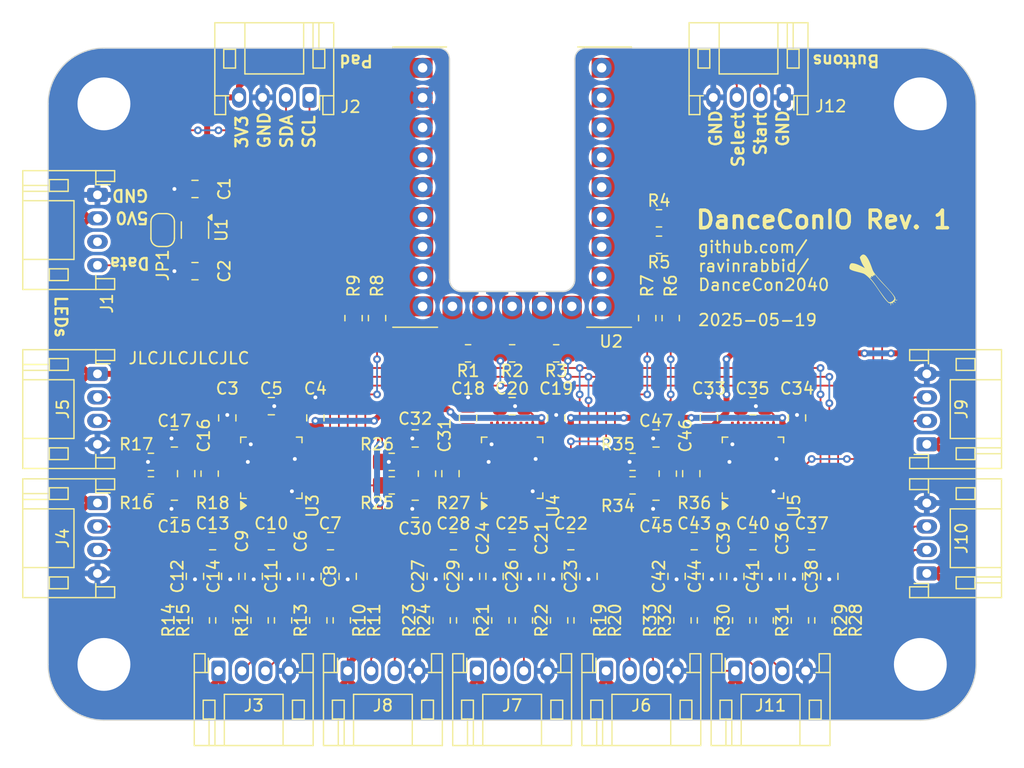
<source format=kicad_pcb>
(kicad_pcb (version 20241229) (generator "pcbnew") (generator_version "9.0")
  (title_block (title "DanceConIO") (date "2025-05-19") (rev "1") (company "ravinrabbid"))
  (layers (0 "F.Cu" signal) (2 "B.Cu" signal) (13 "F.Paste" user) (15 "B.Paste" user) (5 "F.SilkS" user "F.Silkscreen") (7 "B.SilkS" user "B.Silkscreen") (1 "F.Mask" user) (3 "B.Mask" user) (25 "Edge.Cuts" user))
  (net 0 "")
  (net 1 "Net-(U3-REFOUT)")
  (net 2 "Net-(U4-REFOUT)")
  (net 3 "GND")
  (net 4 "ADC1_AIN1")
  (net 5 "ADC0_AIN1")
  (net 6 "ADC0_AIN0")
  (net 7 "ADC0_AIN2")
  (net 8 "ADC0_AIN3")
  (net 9 "ADC0_AIN4")
  (net 10 "ADC0_AIN5")
  (net 11 "ADC0_REFP0")
  (net 12 "+5V")
  (net 13 "ADC0_REFN0")
  (net 14 "Net-(J6-Pin_2)")
  (net 15 "Net-(J6-Pin_3)")
  (net 16 "Net-(J7-Pin_3)")
  (net 17 "Net-(J7-Pin_2)")
  (net 18 "Net-(J8-Pin_3)")
  (net 19 "Net-(J8-Pin_2)")
  (net 20 "ADC1_AIN0")
  (net 21 "ADC1_AIN3")
  (net 22 "ADC1_AIN2")
  (net 23 "ADC1_AIN5")
  (net 24 "SPI nCS ADC0")
  (net 25 "ADC1_AIN4")
  (net 26 "ADC1_REFP0")
  (net 27 "ADC1_REFN0")
  (net 28 "Net-(U5-REFOUT)")
  (net 29 "SCL")
  (net 30 "SDA")
  (net 31 "+3V3")
  (net 32 "SPI MOSI")
  (net 33 "SPI MISO")
  (net 34 "SPI SCLK")
  (net 35 "ADC2_AIN1")
  (net 36 "ADC2_AIN0")
  (net 37 "ADC2_AIN3")
  (net 38 "ADC2_AIN2")
  (net 39 "ADC2_AIN5")
  (net 40 "ADC2_AIN4")
  (net 41 "ADC2_REFP0")
  (net 42 "ADC2_REFN0")
  (net 43 "Net-(J1-Pin_4)")
  (net 45 "Net-(J3-Pin_2)")
  (net 46 "Net-(J3-Pin_3)")
  (net 47 "Net-(J4-Pin_3)")
  (net 48 "Net-(J4-Pin_2)")
  (net 49 "Net-(J5-Pin_3)")
  (net 50 "Net-(J5-Pin_2)")
  (net 51 "Net-(J9-Pin_3)")
  (net 52 "Net-(J9-Pin_2)")
  (net 53 "Net-(J10-Pin_2)")
  (net 54 "Net-(J10-Pin_3)")
  (net 55 "Net-(J11-Pin_2)")
  (net 56 "Net-(J11-Pin_3)")
  (net 57 "LED Data")
  (net 58 "Net-(U2-GP12)")
  (net 59 "Net-(U2-GP11)")
  (net 60 "Net-(U2-GP10)")
  (net 61 "DRDY ADC0")
  (net 62 "SPI nCS ADC1")
  (net 63 "DRDY ADC1")
  (net 64 "SPI nCS ADC2")
  (net 65 "DRDY ADC2")
  (net 66 "Net-(U2-GP5)")
  (net 95 "Net-(U2-GP6)")
  (net 98 "Button Select")
  (net 99 "Button Start")
  (net 102 "Net-(U2-GP14)")
  (net 103 "Net-(U2-GP15)")
  (net 104 "Net-(U2-GP7)")
  (net 105 "Net-(U2-GP8)")
  (footprint "Package_QFP:PQFP-32_5x5mm_P0.5mm" (layer "F.Cu") (at 109.5 95.75 90)
    (property "Reference" "U4")
    (property "Value" "ADS124S06IPBSR")
  )
  (footprint "Resistor_SMD:R_0805_2012Metric_Pad1.20x1.40mm_HandSolder" (layer "F.Cu") (at 119.75 95.25)
    (property "Reference" "R35")
    (property "Value" "150")
  )
  (footprint "Capacitor_SMD:C_0805_2012Metric_Pad1.18x1.45mm_HandSolder" (layer "F.Cu") (at 109.5 90.5 180)
    (property "Reference" "C20")
    (property "Value" "1uF")
  )
  (footprint "Capacitor_SMD:C_0805_2012Metric_Pad1.18x1.45mm_HandSolder" (layer "F.Cu") (at 111 105 90)
    (property "Reference" "C26")
    (property "Value" "2.2nF")
  )
  (footprint "RP2040-Zero:RP2040 Zero" (layer "F.Cu") (at 99.34 84.667)
    (property "Reference" "U2")
    (property "Value" "RP2040-Zero")
    (fp_line (start 4.826 -23.749) (end 4.826 -4.953) (stroke (width 0.12)) (layer "Edge.Cuts"))
    (fp_line (start 5.842 -3.937) (end 14.478 -3.937) (stroke (width 0.12)) (layer "Edge.Cuts"))
    (fp_line (start 15.494 -4.953) (end 15.494 -23.749) (stroke (width 0.12)) (layer "Edge.Cuts"))
    (fp_arc (start 5.842 -3.937) (mid 5.12358 -4.23458) (end 4.826 -4.953) (stroke (width 0.12)) (layer "Edge.Cuts"))
    (fp_arc (start 15.494 -4.953) (mid 15.19642 -4.23458) (end 14.478 -3.937) (stroke (width 0.12)) (layer "Edge.Cuts"))
  )
  (footprint "Resistor_SMD:R_0805_2012Metric_Pad1.20x1.40mm_HandSolder" (layer "F.Cu") (at 123 83 -90)
    (property "Reference" "R6")
    (property "Value" "47")
  )
  (footprint "Capacitor_SMD:C_0805_2012Metric_Pad1.18x1.45mm_HandSolder" (layer "F.Cu") (at 92.75 91.5 -90)
    (property "Reference" "C4")
    (property "Value" "0.1uF")
  )
  (footprint "Resistor_SMD:R_0805_2012Metric_Pad1.20x1.40mm_HandSolder" (layer "F.Cu") (at 83.75 96.25 -90)
    (property "Reference" "R18")
    (property "Value" "100k")
  )
  (footprint "Resistor_SMD:R_0805_2012Metric_Pad1.20x1.40mm_HandSolder" (layer "F.Cu") (at 115.5 108.75 90)
    (property "Reference" "R20")
    (property "Value" "150")
  )
  (footprint "Capacitor_SMD:C_0805_2012Metric_Pad1.18x1.45mm_HandSolder" (layer "F.Cu") (at 85.25 91.5 -90)
    (property "Reference" "C3")
    (property "Value" "330nF")
  )
  (footprint "Resistor_SMD:R_0805_2012Metric_Pad1.20x1.40mm_HandSolder" (layer "F.Cu") (at 134 108.75 90)
    (property "Reference" "R28")
    (property "Value" "150")
  )
  (footprint "Capacitor_SMD:C_0805_2012Metric_Pad1.18x1.45mm_HandSolder" (layer "F.Cu") (at 113 105 -90)
    (property "Reference" "C21")
    (property "Value" "2.2nF")
  )
  (footprint "Connector_JST:JST_PH_S4B-PH-K_1x04_P2.00mm_Horizontal" (layer "F.Cu") (at 84.5 113.05)
    (property "Reference" "J3")
    (property "Value" "Conn_01x04")
  )
  (footprint "Resistor_SMD:R_0805_2012Metric_Pad1.20x1.40mm_HandSolder" (layer "F.Cu") (at 83 108.75 90)
    (property "Reference" "R14")
    (property "Value" "150")
  )
  (footprint "Capacitor_SMD:C_0805_2012Metric_Pad1.18x1.45mm_HandSolder" (layer "F.Cu") (at 81.75 96.25 -90)
    (property "Reference" "C16")
    (property "Value" "22nF")
  )
  (footprint "Resistor_SMD:R_0805_2012Metric_Pad1.20x1.40mm_HandSolder" (layer "F.Cu") (at 122 76.75)
    (property "Reference" "R5")
    (property "Value" "47")
  )
  (footprint "Resistor_SMD:R_0805_2012Metric_Pad1.20x1.40mm_HandSolder" (layer "F.Cu") (at 102.25 96.25 -90)
    (property "Reference" "R27")
    (property "Value" "100k")
  )
  (footprint "Capacitor_SMD:C_0805_2012Metric_Pad1.18x1.45mm_HandSolder" (layer "F.Cu") (at 114.5 102 180)
    (property "Reference" "C22")
    (property "Value" "22nF")
  )
  (footprint "CustomLogos:Leek-Logo_6.3mm_Silkscreen" (layer "F.Cu") (at 140.25 79.75)
    (property "Reference" "REF**" (hide yes))
    (property "Value" "LOGO" (hide yes))
  )
  (footprint "Capacitor_SMD:C_0805_2012Metric_Pad1.18x1.45mm_HandSolder" (layer "F.Cu") (at 92.5 105 -90)
    (property "Reference" "C6")
    (property "Value" "2.2nF")
  )
  (footprint "Resistor_SMD:R_0805_2012Metric_Pad1.20x1.40mm_HandSolder" (layer "F.Cu") (at 98 83 -90)
    (property "Reference" "R8")
    (property "Value" "47")
  )
  (footprint "Capacitor_SMD:C_0805_2012Metric_Pad1.18x1.45mm_HandSolder" (layer "F.Cu") (at 82.5 105 -90)
    (property "Reference" "C12")
    (property "Value" "2.2nF")
  )
  (footprint "Resistor_SMD:R_0805_2012Metric_Pad1.20x1.40mm_HandSolder" (layer "F.Cu") (at 78.75 95.25)
    (property "Reference" "R17")
    (property "Value" "150")
  )
  (footprint "Resistor_SMD:R_0805_2012Metric_Pad1.20x1.40mm_HandSolder" (layer "F.Cu") (at 119.75 97.25)
    (property "Reference" "R34")
    (property "Value" "150")
  )
  (footprint "Resistor_SMD:R_0805_2012Metric_Pad1.20x1.40mm_HandSolder" (layer "F.Cu") (at 121 83 -90)
    (property "Reference" "R7")
    (property "Value" "47")
  )
  (footprint "Resistor_SMD:R_0805_2012Metric_Pad1.20x1.40mm_HandSolder" (layer "F.Cu") (at 122.75 96.25 -90)
    (property "Reference" "R36")
    (property "Value" "100k")
  )
  (footprint "Capacitor_SMD:C_0805_2012Metric_Pad1.18x1.45mm_HandSolder" (layer "F.Cu") (at 130 90.5 180)
    (property "Reference" "C35")
    (property "Value" "1uF")
  )
  (footprint "Resistor_SMD:R_0805_2012Metric_Pad1.20x1.40mm_HandSolder" (layer "F.Cu") (at 129 108.75 90)
    (property "Reference" "R30")
    (property "Value" "150")
  )
  (footprint "Connector_JST:JST_PH_S4B-PH-K_1x04_P2.00mm_Horizontal" (layer "F.Cu") (at 128.5 113.05)
    (property "Reference" "J11")
    (property "Value" "Conn_01x04")
  )
  (footprint "Capacitor_SMD:C_0805_2012Metric_Pad1.18x1.45mm_HandSolder" (layer "F.Cu") (at 103 105 -90)
    (property "Reference" "C27")
    (property "Value" "2.2nF")
  )
  (footprint "Resistor_SMD:R_0805_2012Metric_Pad1.20x1.40mm_HandSolder" (layer "F.Cu") (at 90 108.75 90)
    (property "Reference" "R13")
    (property "Value" "150")
  )
  (footprint "Capacitor_SMD:C_0805_2012Metric_Pad1.18x1.45mm_HandSolder" (layer "F.Cu") (at 82.5 79 180)
    (property "Reference" "C2")
    (property "Value" "0.1uF")
  )
  (footprint "Package_QFP:PQFP-32_5x5mm_P0.5mm" (layer "F.Cu") (at 89 95.75 90)
    (property "Reference" "U3")
    (property "Value" "ADS124S06IPBSR")
  )
  (footprint "Resistor_SMD:R_0805_2012Metric_Pad1.20x1.40mm_HandSolder" (layer "F.Cu") (at 108.5 108.75 90)
    (property "Reference" "R21")
    (property "Value" "150")
  )
  (footprint "Capacitor_SMD:C_0805_2012Metric_Pad1.18x1.45mm_HandSolder" (layer "F.Cu") (at 124.75 96.25 -90)
    (property "Reference" "C46")
    (property "Value" "22nF")
  )
  (footprint "Resistor_SMD:R_0805_2012Metric_Pad1.20x1.40mm_HandSolder" (layer "F.Cu") (at 96 83 -90)
    (property "Reference" "R9")
    (property "Value" "47")
  )
  (footprint "Connector_JST:JST_PH_S4B-PH-K_1x04_P2.00mm_Horizontal" (layer "F.Cu") (at 74.2 98.75 -90)
    (property "Reference" "J4")
    (property "Value" "Conn_01x04")
  )
  (footprint "Resistor_SMD:R_0805_2012Metric_Pad1.20x1.40mm_HandSolder" (layer "F.Cu") (at 136 108.75 90)
    (property "Reference" "R29")
    (property "Value" "150")
  )
  (footprint "Capacitor_SMD:C_0805_2012Metric_Pad1.18x1.45mm_HandSolder" (layer "F.Cu") (at 104.5 102 180)
    (property "Reference" "C28")
    (property "Value" "22nF")
  )
  (footprint "Connector_JST:JST_PH_S4B-PH-K_1x04_P2.00mm_Horizontal" (layer "F.Cu") (at 74.2 87.75 -90)
    (property "Reference" "J5")
    (property "Value" "Conn_01x04")
  )
  (footprint "Resistor_SMD:R_0805_2012Metric_Pad1.20x1.40mm_HandSolder" (layer "F.Cu") (at 78.75 97.25)
    (property "Reference" "R16")
    (property "Value" "150")
  )
  (footprint "Resistor_SMD:R_0805_2012Metric_Pad1.20x1.40mm_HandSolder" (layer "F.Cu") (at 113.25 86 180)
    (property "Reference" "R3")
    (property "Value" "47")
  )
  (footprint "Capacitor_SMD:C_0805_2012Metric_Pad1.18x1.45mm_HandSolder" (layer "F.Cu") (at 126.5 105 90)
    (property "Reference" "C44")
    (property "Value" "2.2nF")
  )
  (footprint "MountingHole:MountingHole_4.5mm_Pad_TopOnly" (layer "F.Cu") (at 144.25 64.75)
    (property "Reference" "H2" (hide yes))
    (property "Value" "MountingHole_Pad")
  )
  (footprint "Capacitor_SMD:C_0805_2012Metric_Pad1.18x1.45mm_HandSolder" (layer "F.Cu") (at 108 105 -90)
    (property "Reference" "C24")
    (property "Value" "2.2nF")
  )
  (footprint "Connector_JST:JST_PH_S4B-PH-K_1x04_P2.00mm_Horizontal" (layer "F.Cu") (at 74.2 72.5 -90)
    (property "Reference" "J1")
    (property "Value" "LEDs")
  )
  (footprint "Capacitor_SMD:C_0805_2012Metric_Pad1.18x1.45mm_HandSolder" (layer "F.Cu") (at 109.5 102 180)
    (property "Reference" "C25")
    (property "Value" "22nF")
  )
  (footprint "Capacitor_SMD:C_0805_2012Metric_Pad1.18x1.45mm_HandSolder" (layer "F.Cu") (at 80.75 99.25 180)
    (property "Reference" "C15")
    (property "Value" "2.2nF")
  )
  (footprint "Capacitor_SMD:C_0805_2012Metric_Pad1.18x1.45mm_HandSolder" (layer "F.Cu") (at 121.75 99.25 180)
    (property "Reference" "C45")
    (property "Value" "2.2nF")
  )
  (footprint "Resistor_SMD:R_0805_2012Metric_Pad1.20x1.40mm_HandSolder" (layer "F.Cu") (at 99.25 95.25)
    (property "Reference" "R26")
    (property "Value" "150")
  )
  (footprint "Capacitor_SMD:C_0805_2012Metric_Pad1.18x1.45mm_HandSolder" (layer "F.Cu") (at 133.75 91.5 -90)
    (property "Reference" "C34")
    (property "Value" "0.1uF")
  )
  (footprint "Connector_JST:JST_PH_S4B-PH-K_1x04_P2.00mm_Horizontal" (layer "F.Cu") (at 95.5 113.05)
    (property "Reference" "J8")
    (property "Value" "Conn_01x04")
  )
  (footprint "Capacitor_SMD:C_0805_2012Metric_Pad1.18x1.45mm_HandSolder" (layer "F.Cu") (at 94.0375 102 180)
    (property "Reference" "C7")
    (property "Value" "22nF")
  )
  (footprint "Capacitor_SMD:C_0805_2012Metric_Pad1.18x1.45mm_HandSolder" (layer "F.Cu") (at 89 102 180)
    (property "Reference" "C10")
    (property "Value" "22nF")
  )
  (footprint "Resistor_SMD:R_0805_2012Metric_Pad1.20x1.40mm_HandSolder" (layer "F.Cu") (at 109.5 86)
    (property "Reference" "R2")
    (property "Value" "47")
  )
  (footprint "Resistor_SMD:R_0805_2012Metric_Pad1.20x1.40mm_HandSolder" (layer "F.Cu") (at 126 108.75 90)
    (property "Reference" "R33")
    (property "Value" "150")
  )
  (footprint "Capacitor_SMD:C_0805_2012Metric_Pad1.18x1.45mm_HandSolder" (layer "F.Cu") (at 101.25 99.25 180)
    (property "Reference" "C30")
    (property "Value" "2.2nF")
  )
  (footprint "Resistor_SMD:R_0805_2012Metric_Pad1.20x1.40mm_HandSolder" (layer "F.Cu") (at 99.25 97.25)
    (property "Reference" "R25")
    (property "Value" "150")
  )
  (footprint "Resistor_SMD:R_0805_2012Metric_Pad1.20x1.40mm_HandSolder" (layer "F.Cu") (at 105.75 86)
    (property "Reference" "R1")
    (property "Value" "47")
  )
  (footprint "Capacitor_SMD:C_0805_2012Metric_Pad1.18x1.45mm_HandSolder" (layer "F.Cu") (at 95.5 105 90)
    (property "Reference" "C8")
    (property "Value" "2.2nF")
  )
  (footprint "Connector_JST:JST_PH_S4B-PH-K_1x04_P2.00mm_Horizontal" (layer "F.Cu") (at 92.25 64.2 180)
    (property "Reference" "J2")
    (property "Value" "Pad")
  )
  (footprint "Capacitor_SMD:C_0805_2012Metric_Pad1.18x1.45mm_HandSolder" (layer "F.Cu") (at 82.5 72 180)
    (property "Reference" "C1")
    (property "Value" "0.1uF")
  )
  (footprint "Capacitor_SMD:C_0805_2012Metric_Pad1.18x1.45mm_HandSolder" (layer "F.Cu") (at 89 90.5 180)
    (property "Reference" "C5")
    (property "Value" "1uF")
  )
  (footprint "Connector_JST:JST_PH_S4B-PH-K_1x04_P2.00mm_Horizontal" (layer "F.Cu") (at 144.8 104.75 90)
    (property "Reference" "J10")
    (property "Value" "Conn_01x04")
  )
  (footprint "Capacitor_SMD:C_0805_2012Metric_Pad1.18x1.45mm_HandSolder" (layer "F.Cu") (at 121.75 93.25)
    (property "Reference" "C47")
    (property "Value" "2.2nF")
  )
  (footprint "Connector_JST:JST_PH_S4B-PH-K_1x04_P2.00mm_Horizontal" (layer "F.Cu") (at 117.5 113.05)
    (property "Reference" "J6")
    (property "Value" "Conn_01x04")
  )
  (footprint "Resistor_SMD:R_0805_2012Metric_Pad1.20x1.40mm_HandSolder" (layer "F.Cu") (at 113.5 108.75 90)
    (property "Reference" "R19")
    (property "Value" "150")
  )
  (footprint "Capacitor_SMD:C_0805_2012Metric_Pad1.18x1.45mm_HandSolder" (layer "F.Cu") (at 123.5 105 -90)
    (property "Reference" "C42")
    (property "Value" "2.2nF")
  )
  (footprint "Capacitor_SMD:C_0805_2012Metric_Pad1.18x1.45mm_HandSolder" (layer "F.Cu") (at 104.25 96.25 -90)
    (property "Reference" "C31")
    (property "Value" "22nF")
  )
  (footprint "Jumper:SolderJumper-2_P1.3mm_Open_RoundedPad1.0x1.5mm" (layer "F.Cu") (at 79.75 75.5 -90)
    (property "Reference" "JP1")
    (property "Value" "Bridge LED Data")
  )
  (footprint "Resistor_SMD:R_0805_2012Metric_Pad1.20x1.40mm_HandSolder" (layer "F.Cu") (at 122 74.5)
    (property "Reference" "R4")
    (property "Value" "47")
  )
  (footprint "Capacitor_SMD:C_0805_2012Metric_Pad1.18x1.45mm_HandSolder" (layer "F.Cu") (at 101.25 93.25)
    (property "Reference" "C32")
    (property "Value" "2.2nF")
  )
  (footprint "Capacitor_SMD:C_0805_2012Metric_Pad1.18x1.45mm_HandSolder" (layer "F.Cu") (at 128.5 105 -90)
    (property "Reference" "C39")
    (property "Value" "2.2nF")
  )
  (footprint "Capacitor_SMD:C_0805_2012Metric_Pad1.18x1.45mm_HandSolder" (layer "F.Cu") (at 131.5 105 90)
    (property "Reference" "C41")
    (property "Value" "2.2nF")
  )
  (footprint "Capacitor_SMD:C_0805_2012Metric_Pad1.18x1.45mm_HandSolder" (layer "F.Cu") (at 126.25 91.5 -90)
    (property "Reference" "C33")
    (property "Value" "330nF")
  )
  (footprint "Capacitor_SMD:C_0805_2012Metric_Pad1.18x1.45mm_HandSolder" (layer "F.Cu") (at 136.5 105 90)
    (property "Reference" "C38")
    (property "Value" "2.2nF")
  )
  (footprint "Connector_JST:JST_PH_S4B-PH-K_1x04_P2.00mm_Horizontal" (layer "F.Cu") (at 132.625 64.2 180)
    (property "Reference" "J12")
    (property "Value" "Fn Buttons")
  )
  (footprint "Resistor_SMD:R_0805_2012Metric_Pad1.20x1.40mm_HandSolder" (layer "F.Cu") (at 95 108.75 90)
    (property "Reference" "R11")
    (property "Value" "150")
  )
  (footprint "Resistor_SMD:R_0805_2012Metric_Pad1.20x1.40mm_HandSolder" (layer "F.Cu") (at 110.5 108.75 90)
    (property "Reference" "R22")
    (property "Value" "150")
  )
  (footprint "Capacitor_SMD:C_0805_2012Metric_Pad1.18x1.45mm_HandSolder" (layer "F.Cu") (at 105.75 91.5 -90)
    (property "Reference" "C18")
    (property "Value" "330nF")
  )
  (footprint "Connector_JST:JST_PH_S4B-PH-K_1x04_P2.00mm_Horizontal" (layer "F.Cu") (at 144.8 93.75 90)
    (property "Reference" "J9")
    (property "Value" "Conn_01x04")
  )
  (footprint "MountingHole:MountingHole_4.5mm_Pad_TopOnly" (layer "F.Cu") (at 74.75 64.75)
    (property "Reference" "H1" (hide yes))
    (property "Value" "MountingHole_Pad")
  )
  (footprint "Resistor_SMD:R_0805_2012Metric_Pad1.20x1.40mm_HandSolder" (layer "F.Cu") (at 131 108.75 90)
    (property "Reference" "R31")
    (property "Value" "150")
  )
  (footprint "Connector_JST:JST_PH_S4B-PH-K_1x04_P2.00mm_Horizontal" (layer "F.Cu") (at 106.5 113.05)
    (property "Reference" "J7")
    (property "Value" "Conn_01x04")
  )
  (footprint "Capacitor_SMD:C_0805_2012Metric_Pad1.18x1.45mm_HandSolder" (layer "F.Cu") (at 84 102 180)
    (property "Reference" "C13")
    (property "Value" "22nF")
  )
  (footprint "Capacitor_SMD:C_0805_2012Metric_Pad1.18x1.45mm_HandSolder" (layer "F.Cu") (at 113.25 91.5 -90)
    (property "Reference" "C19")
    (property "Value" "0.1uF")
  )
  (footprint "Capacitor_SMD:C_0805_2012Metric_Pad1.18x1.45mm_HandSolder" (layer "F.Cu") (at 87.5 105 -90)
    (property "Reference" "C9")
    (property "Value" "2.2nF")
  )
  (footprint "Capacitor_SMD:C_0805_2012Metric_Pad1.18x1.45mm_HandSolder" (layer "F.Cu") (at 116 105 90)
    (property "Reference" "C23")
    (property "Value" "2.2nF")
  )
  (footprint "Package_QFP:PQFP-32_5x5mm_P0.5mm" (layer "F.Cu") (at 130 95.75 90)
    (property "Reference" "U5")
    (property "Value" "ADS124S06IPBSR")
  )
  (footprint "Capacitor_SMD:C_0805_2012Metric_Pad1.18x1.45mm_HandSolder" (layer "F.Cu") (at 125 102 180)
    (property "Reference" "C43")
    (property "Value" "22nF")
  )
  (footprint "Resistor_SMD:R_0805_2012Metric_Pad1.20x1.40mm_HandSolder" (layer "F.Cu") (at 88 108.75 90)
    (property "Reference" "R12")
    (property "Value" "150")
  )
  (footprint "Capacitor_SMD:C_0805_2012Metric_Pad1.18x1.45mm_HandSolder" (layer "F.Cu") (at 106 105 90)
    (property "Reference" "C29")
    (property "Value" "2.2nF")
  )
  (footprint "Capacitor_SMD:C_0805_2012Metric_Pad1.18x1.45mm_HandSolder" (layer "F.Cu") (at 135 102 180)
    (property "Reference" "C37")
    (property "Value" "22nF")
  )
  (footprint "Capacitor_SMD:C_0805_2012Metric_Pad1.18x1.45mm_HandSolder" (layer "F.Cu") (at 85.5 105 90)
    (property "Reference" "C14")
    (property "Value" "2.2nF")
  )
  (footprint "Resistor_SMD:R_0805_2012Metric_Pad1.20x1.40mm_HandSolder" (layer "F.Cu") (at 124 108.75 90)
    (property "Reference" "R32")
    (property "Value" "150")
  )
  (footprint "MountingHole:MountingHole_4.5mm_Pad_TopOnly" (layer "F.Cu") (at 74.75 112.5)
    (property "Reference" "H4" (hide yes))
    (property "Value" "MountingHole_Pad")
  )
  (footprint "Capacitor_SMD:C_0805_2012Metric_Pad1.18x1.45mm_HandSolder" (layer "F.Cu") (at 133.5 105 -90)
    (property "Reference" "C36")
    (property "Value" "2.2nF")
  )
  (footprint "Capacitor_SMD:C_0805_2012Metric_Pad1.18x1.45mm_HandSolder" (layer "F.Cu") (at 130 102 180)
    (property "Reference" "C40")
    (property "Value" "22nF")
  )
  (footprint "Resistor_SMD:R_0805_2012Metric_Pad1.20x1.40mm_HandSolder" (layer "F.Cu") (at 105.5 108.75 90)
    (property "Reference" "R24")
    (property "Value" "150")
  )
  (footprint "MountingHole:MountingHole_4.5mm_Pad_TopOnly" (layer "F.Cu") (at 144.25 112.5)
    (property "Reference" "H3" (hide yes))
    (property "Value" "MountingHole_Pad")
  )
  (footprint "Package_TO_SOT_SMD:SOT-363_SC-70-6_Handsoldering" (layer "F.Cu") (at 82.5 75.5 -90)
    (property "Reference" "U1")
    (property "Value" "SN74LVC1T45DCK")
  )
  (footprint "Resistor_SMD:R_0805_2012Metric_Pad1.20x1.40mm_HandSolder" (layer "F.Cu") (at 85 108.75 90)
    (property "Reference" "R15")
    (property "Value" "150")
  )
  (footprint "Capacitor_SMD:C_0805_2012Metric_Pad1.18x1.45mm_HandSolder" (layer "F.Cu") (at 90.5 105 90)
    (property "Reference" "C11")
    (property "Value" "2.2nF")
  )
  (footprint "Resistor_SMD:R_0805_2012Metric_Pad1.20x1.40mm_HandSolder" (layer "F.Cu") (at 93 108.75 90)
    (property "Reference" "R10")
    (property "Value" "150")
  )
  (footprint "Resistor_SMD:R_0805_2012Metric_Pad1.20x1.40mm_HandSolder" (layer "F.Cu") (at 103.5 108.75 90)
    (property "Reference" "R23")
    (property "Value" "150")
  )
  (footprint "Capacitor_SMD:C_0805_2012Metric_Pad1.18x1.45mm_HandSolder" (layer "F.Cu") (at 80.75 93.25)
    (property "Reference" "C17")
    (property "Value" "2.2nF")
  )
  (gr_arc (start 149 112.5) (mid 147.608757 115.858757) (end 144.25 117.25) (stroke (width 0.1)) (layer "Edge.Cuts"))
  (gr_line (start 144.25 117.25) (end 74.75 117.25) (stroke (width 0.1)) (layer "Edge.Cuts"))
  (gr_arc (start 70 64.75) (mid 71.391243 61.391243) (end 74.75 60) (stroke (width 0.1)) (layer "Edge.Cuts"))
  (gr_line (start 149 64.75) (end 149 112.5) (stroke (width 0.1)) (layer "Edge.Cuts"))
  (gr_arc (start 74.75 117.25) (mid 71.391243 115.858757) (end 70 112.5) (stroke (width 0.1)) (layer "Edge.Cuts"))
  (gr_line (start 70 112.5) (end 70 64.75) (stroke (width 0.1)) (layer "Edge.Cuts"))
  (gr_arc (start 114.837835 60.918) (mid 115.106711 60.268876) (end 115.755835 60) (stroke (width 0.1)) (layer "Edge.Cuts"))
  (gr_arc (start 103.248 60) (mid 103.897124 60.268876) (end 104.166 60.918) (stroke (width 0.1)) (layer "Edge.Cuts"))
  (gr_arc (start 144.25 60) (mid 147.608757 61.391243) (end 149 64.75) (stroke (width 0.1)) (layer "Edge.Cuts"))
  (gr_line (start 115.755835 60) (end 144.25 60) (stroke (width 0.1)) (layer "Edge.Cuts"))
  (gr_line (start 103.248 60) (end 74.75 60) (stroke (width 0.1)) (layer "Edge.Cuts"))
  (gr_text "SDA" (at 90.885 68.645 90) (layer "F.SilkS") (effects (font (size 1 1) (thickness 0.2) (bold yes)) (justify left bottom)))
  (gr_text "Select" (at 129.315 70.25 90) (layer "F.SilkS") (effects (font (size 1 1) (thickness 0.2) (bold yes)) (justify left bottom)))
  (gr_text "github.com/\nravinrabbid/\nDanceCon2040\n" (at 125.25 80.75 0) (layer "F.SilkS") (effects (font (size 1 1)) (justify left bottom)))
  (gr_text "GND" (at 133.125 68.5 90) (layer "F.SilkS") (effects (font (size 1 1) (thickness 0.2) (bold yes)) (justify left bottom)))
  (gr_text "GND" (at 88.98 68.645 90) (layer "F.SilkS") (effects (font (size 1 1) (thickness 0.2) (bold yes)) (justify left bottom)))
  (gr_text "${TITLE} Rev. ${REVISION}" (at 125 75.5 0) (layer "F.SilkS") (effects (font (size 1.5 1.5) (thickness 0.3) (bold yes)) (justify left bottom)))
  (gr_text "JLCJLCJLCJLC" (at 76.75 87 0) (layer "F.SilkS") (effects (font (size 1 1)) (justify left bottom)))
  (gr_text "Buttons" (at 140.875 60.5 180) (layer "F.SilkS") (effects (font (size 1 1) (thickness 0.2) (bold yes)) (justify left bottom)))
  (gr_text "3V3" (at 87.075 68.645 90) (layer "F.SilkS") (effects (font (size 1 1) (thickness 0.2) (bold yes)) (justify left bottom)))
  (gr_text "${ISSUE_DATE}" (at 125.25 83.75 0) (layer "F.SilkS") (effects (font (size 1 1)) (justify left bottom)))
  (gr_text "Pad" (at 97.75 60.5 180) (layer "F.SilkS") (effects (font (size 1 1) (thickness 0.2) (bold yes)) (justify left bottom)))
  (gr_text "GND" (at 127.41 68.5 90) (layer "F.SilkS") (effects (font (size 1 1) (thickness 0.2) (bold yes)) (justify left bottom)))
  (gr_text "Start" (at 131.22 69.25 90) (layer "F.SilkS") (effects (font (size 1 1) (thickness 0.2) (bold yes)) (justify left bottom)))
  (gr_text "5V0" (at 78.645 73.865 180) (layer "F.SilkS") (effects (font (size 1 1) (thickness 0.2) (bold yes)) (justify left bottom)))
  (gr_text "Data" (at 78.75 77.75 180) (layer "F.SilkS") (effects (font (size 1 1) (thickness 0.2) (bold yes)) (justify left bottom)))
  (gr_text "GND" (at 78.645 71.96 180) (layer "F.SilkS") (effects (font (size 1 1) (thickness 0.2) (bold yes)) (justify left bottom)))
  (gr_text "LEDs" (at 70.5 81 270) (layer "F.SilkS") (effects (font (size 1 1) (thickness 0.2) (bold yes)) (justify left bottom)))
  (gr_text "SCL" (at 92.79 68.645 90) (layer "F.SilkS") (effects (font (size 1 1) (thickness 0.2) (bold yes)) (justify left bottom)))
  (segment (start 87.75 92.55) (end 87.75 90.7125) (width 0.1524) (layer "F.Cu") (net 1))
  (segment (start 87.75 90.7125) (end 87.9625 90.5) (width 0.1524) (layer "F.Cu") (net 1))
  (segment (start 108.25 92.55) (end 108.25 90.7125) (width 0.1524) (layer "F.Cu") (net 2))
  (segment (start 108.25 90.7125) (end 108.4625 90.5) (width 0.1524) (layer "F.Cu") (net 2))
  (segment (start 131.0375 90.5) (end 130.25 90.5) (width 0.508) (layer "F.Cu") (net 3))
  (segment (start 87.25 92.55) (end 87.25 93.75) (width 0.1524) (layer "F.Cu") (net 3))
  (segment (start 92.75 90.4625) (end 92.75 89.75) (width 0.508) (layer "F.Cu") (net 3))
  (segment (start 106.3 95.5) (end 107.25 95.5) (width 0.1524) (layer "F.Cu") (net 3))
  (segment (start 82.5 73.0375) (end 81.4625 72) (width 0.1524) (layer "F.Cu") (net 3))
  (segment (start 131.75 92.55) (end 131.75 91.2125) (width 0.1524) (layer "F.Cu") (net 3))
  (segment (start 126.5 106.0375) (end 126.5 105.25) (width 0.508) (layer "F.Cu") (net 3))
  (segment (start 98.25 95.25) (end 99 95.25) (width 0.508) (layer "F.Cu") (net 3))
  (segment (start 111 106.0375) (end 111 105.25) (width 0.508) (layer "F.Cu") (net 3))
  (segment (start 118.75 95.25) (end 119.5 95.25) (width 0.508) (layer "F.Cu") (net 3))
  (segment (start 92.5 106.0375) (end 92.5 105.25) (width 0.508) (layer "F.Cu") (net 3))
  (segment (start 90.75 98.95) (end 90.75 97.75) (width 0.1524) (layer "F.Cu") (net 3))
  (segment (start 86.75 95.5) (end 87 95.25) (width 0.1524) (layer "F.Cu") (net 3))
  (segment (start 111.5 95) (end 112.7 95) (width 0.1524) (layer "F.Cu") (net 3))
  (segment (start 107.75 92.55) (end 107.75 93.75) (width 0.1524) (layer "F.Cu") (net 3))
  (segment (start 111.25 92.55) (end 111.25 91.2125) (width 0.1524) (layer "F.Cu") (net 3))
  (segment (start 82.5 74.17) (end 82.5 73.0375) (width 0.1524) (layer "F.Cu") (net 3))
  (segment (start 131.75 91.2125) (end 131.0375 90.5) (width 0.1524) (layer "F.Cu") (net 3))
  (segment (start 110.5375 90.5) (end 109.75 90.5) (width 0.508) (layer "F.Cu") (net 3))
  (segment (start 113.25 90.4625) (end 113.25 91.25) (width 0.508) (layer "F.Cu") (net 3))
  (segment (start 100.2125 93.25) (end 101 93.25) (width 0.508) (layer "F.Cu") (net 3))
  (segment (start 120.7125 93.25) (end 121.5 93.25) (width 0.508) (layer "F.Cu") (net 3))
  (segment (start 85.8 95) (end 86.75 95) (width 0.1524) (layer "F.Cu") (net 3))
  (segment (start 126.8 95.5) (end 127.75 95.5) (width 0.1524) (layer "F.Cu") (net 3))
  (segment (start 77.75 95.25) (end 78.5 95.25) (width 0.508) (layer "F.Cu") (net 3))
  (segment (start 136.5 106.0375) (end 136.5 105.25) (width 0.508) (layer "F.Cu") (net 3))
  (segment (start 128.25 92.55) (end 128.25 93.75) (width 0.1524) (layer "F.Cu") (net 3))
  (segment (start 90.0375 90.5) (end 89.25 90.5) (width 0.508) (layer "F.Cu") (net 3))
  (segment (start 79.7125 99.25) (end 80.5 99.25) (width 0.508) (layer "F.Cu") (net 3))
  (segment (start 127.75 95.5) (end 128 95.25) (width 0.1524) (layer "F.Cu") (net 3))
  (segment (start 103 106.0375) (end 103 105.25) (width 0.508) (layer "F.Cu") (net 3))
  (segment (start 120.7125 99.25) (end 121.5 99.25) (width 0.508) (layer "F.Cu") (net 3))
  (segment (start 131.5 106.0375) (end 131.5 105.25) (width 0.508) (layer "F.Cu") (net 3))
  (segment (start 90.5 106.0375) (end 90.5 105.25) (width 0.508) (layer "F.Cu") (net 3))
  (segment (start 85.8 95.5) (end 86.75 95.5) (width 0.1524) (layer "F.Cu") (net 3))
  (segment (start 92.2 95) (end 91 95) (width 0.1524) (layer "F.Cu") (net 3))
  (segment (start 100.2125 99.25) (end 101 99.25) (width 0.508) (layer "F.Cu") (net 3))
  (segment (start 106.3 95) (end 107.25 95) (width 0.1524) (layer "F.Cu") (net 3))
  (segment (start 108 106.0375) (end 108 105.25) (width 0.508) (layer "F.Cu") (net 3))
  (segment (start 87.5 106.0375) (end 87.5 105.25) (width 0.508) (layer "F.Cu") (net 3))
  (segment (start 82.5 106.0375) (end 82.5 105.25) (width 0.508) (layer "F.Cu") (net 3))
  (segment (start 111.25 98.95) (end 111.25 97.75) (width 0.1524) (layer "F.Cu") (net 3))
  (segment (start 81.4625 79) (end 80.75 79) (width 0.508) (layer "F.Cu") (net 3))
  (segment (start 95.5 106.0375) (end 95.5 105.25) (width 0.508) (layer "F.Cu") (net 3))
  (segment (start 133.75 90.4625) (end 133.75 91.25) (width 0.508) (layer "F.Cu") (net 3))
  (segment (start 107.25 95.5) (end 107.5 95.25) (width 0.1524) (layer "F.Cu") (net 3))
  (segment (start 111.25 91.2125) (end 110.5375 90.5) (width 0.1524) (layer "F.Cu") (net 3))
  (segment (start 90.75 92.55) (end 90.75 91.2125) (width 0.1524) (layer "F.Cu") (net 3))
  (segment (start 131.75 98.95) (end 131.75 97.75) (width 0.1524) (layer "F.Cu") (net 3))
  (segment (start 85.25 90.4625) (end 85.25 91.25) (width 0.508) (layer "F.Cu") (net 3))
  (segment (start 81.4625 72) (end 80.75 72) (width 0.508) (layer "F.Cu") (net 3))
  (segment (start 133.5 106.0375) (end 133.5 105.25) (width 0.508) (layer "F.Cu") (net 3))
  (segment (start 113 106.0375) (end 113 105.25) (width 0.508) (layer "F.Cu") (net 3))
  (segment (start 106 106.0375) (end 106 105.25) (width 0.508) (layer "F.Cu") (net 3))
  (segment (start 107.25 95) (end 107.5 95.25) (width 0.1524) (layer "F.Cu") (net 3))
  (segment (start 79.7125 93.25) (end 80.5 93.25) (width 0.508) (layer "F.Cu") (net 3))
  (segment (start 126.8 95) (end 127.75 95) (width 0.1524) (layer "F.Cu") (net 3))
  (segment (start 133.2 95) (end 132 95) (width 0.1524) (layer "F.Cu") (net 3))
  (segment (start 86.75 95) (end 87 95.25) (width 0.1524) (layer "F.Cu") (net 3))
  (segment (start 128.5 106.0375) (end 128.5 105.25) (width 0.508) (layer "F.Cu") (net 3))
  (segment (start 85.5 106.0375) (end 85.5 105.25) (width 0.508) (layer "F.Cu") (net 3))
  (segment (start 116 106.0375) (end 116 105.25) (width 0.508) (layer "F.Cu") (net 3))
  (segment (start 123.5 106.0375) (end 123.5 105.25) (width 0.508) (layer "F.Cu") (net 3))
  (segment (start 127.75 95) (end 128 95.25) (width 0.1524) (layer "F.Cu") (net 3))
  (segment (start 90.75 91.2125) (end 90.0375 90.5) (width 0.1524) (layer "F.Cu") (net 3))
  (segment (start 105.75 90.4625) (end 105.75 89.75) (width 0.508) (layer "F.Cu") (net 3))
  (segment (start 126.25 90.4625) (end 126.25 89.75) (width 0.508) (layer "F.Cu") (net 3))
  (via (at 85.25 91.25) (size 0.6604) (drill 0.3302) (layers "F.Cu" "B.Cu") (net 3))
  (via (at 106 105.25) (size 0.6604) (drill 0.3302) (layers "F.Cu" "B.Cu") (net 3))
  (via (at 111.25 97.75) (size 0.6604) (drill 0.3302) (layers "F.Cu" "B.Cu") (net 3))
  (via (at 130.25 90.5) (size 0.6604) (drill 0.3302) (layers "F.Cu" "B.Cu") (net 3))
  (via (at 132 95) (size 0.6604) (drill 0.3302) (layers "F.Cu" "B.Cu") (net 3))
  (via (at 113.25 91.25) (size 0.6604) (drill 0.3302) (layers "F.Cu" "B.Cu") (net 3))
  (via (at 87.25 93.75) (size 0.6604) (drill 0.3302) (layers "F.Cu" "B.Cu") (net 3))
  (via (at 92.5 105.25) (size 0.6604) (drill 0.3302) (layers "F.Cu" "B.Cu") (net 3))
  (via (at 107.75 93.75) (size 0.6604) (drill 0.3302) (layers "F.Cu" "B.Cu") (net 3))
  (via (at 92.75 89.75) (size 0.6604) (drill 0.3302) (layers "F.Cu" "B.Cu") (net 3))
  (via (at 128.25 93.75) (size 0.6604) (drill 0.3302) (layers "F.Cu" "B.Cu") (net 3))
  (via (at 90.5 105.25) (size 0.6604) (drill 0.3302) (layers "F.Cu" "B.Cu") (net 3))
  (via (at 89.25 90.5) (size 0.6604) (drill 0.3302) (layers "F.Cu" "B.Cu") (net 3))
  (via (at 119.5 95.25) (size 0.6604) (drill 0.3302) (layers "F.Cu" "B.Cu") (net 3))
  (via (at 121.5 93.25) (size 0.6604) (drill 0.3302) (layers "F.Cu" "B.Cu") (net 3))
  (via (at 111.5 95) (size 0.6604) (drill 0.3302) (layers "F.Cu" "B.Cu") (net 3))
  (via (at 105.75 89.75) (size 0.6604) (drill 0.3302) (layers "F.Cu" "B.Cu") (net 3))
  (via (at 80.75 79) (size 0.6604) (drill 0.3302) (layers "F.Cu" "B.Cu") (net 3))
  (via (at 87 95.25) (size 0.6604) (drill 0.3302) (layers "F.Cu" "B.Cu") (net 3))
  (via (at 121.5 99.25) (size 0.6604) (drill 0.3302) (layers "F.Cu" "B.Cu") (net 3))
  (via (at 103 105.25) (size 0.6604) (drill 0.3302) (layers "F.Cu" "B.Cu") (net 3))
  (via (at 91 95) (size 0.6604) (drill 0.3302) (layers "F.Cu" "B.Cu") (net 3))
  (via (at 109.75 90.5) (size 0.6604) (drill 0.3302) (layers "F.Cu" "B.Cu") (net 3))
  (via (at 133.5 105.25) (size 0.6604) (drill 0.3302) (layers "F.Cu" "B.Cu") (net 3))
  (via (at 116 105.25) (size 0.6604) (drill 0.3302) (layers "F.Cu" "B.Cu") (net 3))
  (via (at 85.5 105.25) (size 0.6604) (drill 0.3302) (layers "F.Cu" "B.Cu") (net 3))
  (via (at 126.25 89.75) (size 0.6604) (drill 0.3302) (layers "F.Cu" "B.Cu") (net 3))
  (via (at 90.75 97.75) (size 0.6604) (drill 0.3302) (layers "F.Cu" "B.Cu") (net 3))
  (via (at 108 105.25) (size 0.6604) (drill 0.3302) (layers "F.Cu" "B.Cu") (net 3))
  (via (at 123.5 105.25) (size 0.6604) (drill 0.3302) (layers "F.Cu" "B.Cu") (net 3))
  (via (at 80.75 72) (size 0.6604) (drill 0.3302) (layers "F.Cu" "B.Cu") (net 3))
  (via (at 95.5 105.25) (size 0.6604) (drill 0.3302) (layers "F.Cu" "B.Cu") (net 3))
  (via (at 82.5 105.25) (size 0.6604) (drill 0.3302) (layers "F.Cu" "B.Cu") (net 3))
  (via (at 113 105.25) (size 0.6604) (drill 0.3302) (layers "F.Cu" "B.Cu") (net 3))
  (via (at 107.5 95.25) (size 0.6604) (drill 0.3302) (layers "F.Cu" "B.Cu") (net 3))
  (via (at 101 93.25) (size 0.6604) (drill 0.3302) (layers "F.Cu" "B.Cu") (net 3))
  (via (at 133.75 91.25) (size 0.6604) (drill 0.3302) (layers "F.Cu" "B.Cu") (net 3))
  (via (at 111 105.25) (size 0.6604) (drill 0.3302) (layers "F.Cu" "B.Cu") (net 3))
  (via (at 128 95.25) (size 0.6604) (drill 0.3302) (layers "F.Cu" "B.Cu") (net 3))
  (via (at 80.5 99.25) (size 0.6604) (drill 0.3302) (layers "F.Cu" "B.Cu") (net 3))
  (via (at 131.5 105.25) (size 0.6604) (drill 0.3302) (layers "F.Cu" "B.Cu") (net 3))
  (via (at 126.5 105.25) (size 0.6604) (drill 0.3302) (layers "F.Cu" "B.Cu") (net 3))
  (via (at 78.5 95.25) (size 0.6604) (drill 0.3302) (layers "F.Cu" "B.Cu") (net 3))
  (via (at 101 99.25) (size 0.6604) (drill 0.3302) (layers "F.Cu" "B.Cu") (net 3))
  (via (at 87.5 105.25) (size 0.6604) (drill 0.3302) (layers "F.Cu" "B.Cu") (net 3))
  (via (at 128.5 105.25) (size 0.6604) (drill 0.3302) (layers "F.Cu" "B.Cu") (net 3))
  (via (at 99 95.25) (size 0.6604) (drill 0.3302) (layers "F.Cu" "B.Cu") (net 3))
  (via (at 131.75 97.75) (size 0.6604) (drill 0.3302) (layers "F.Cu" "B.Cu") (net 3))
  (via (at 136.5 105.25) (size 0.6604) (drill 0.3302) (layers "F.Cu" "B.Cu") (net 3))
  (via (at 80.5 93.25) (size 0.6604) (drill 0.3302) (layers "F.Cu" "B.Cu") (net 3))
  (segment (start 114.25 104.5) (end 114.25 107) (width 0.1524) (layer "F.Cu") (net 4))
  (segment (start 113.5 101) (end 113.25 100.75) (width 0.1524) (layer "F.Cu") (net 4))
  (segment (start 110.75 100.75) (end 110.25 100.25) (width 0.1524) (layer "F.Cu") (net 4))
  (segment (start 113.5 102.5) (end 113 103) (width 0.1524) (layer "F.Cu") (net 4))
  (segment (start 113 103.9625) (end 113.7125 103.9625) (width 0.1524) (layer "F.Cu") (net 4))
  (segment (start 113 103) (end 113 103.9625) (width 0.1524) (layer "F.Cu") (net 4))
  (segment (start 113.5 102) (end 113.5 101) (width 0.1524) (layer "F.Cu") (net 4))
  (segment (start 110.25 100.25) (end 110.25 98.95) (width 0.1524) (layer "F.Cu") (net 4))
  (segment (start 113.7125 103.9625) (end 114.25 104.5) (width 0.1524) (layer "F.Cu") (net 4))
  (segment (start 113.5 102) (end 113.5 102.5) (width 0.1524) (layer "F.Cu") (net 4))
  (segment (start 114.25 107) (end 113.5 107.75) (width 0.1524) (layer "F.Cu") (net 4))
  (segment (start 113.25 100.75) (end 110.75 100.75) (width 0.1524) (layer "F.Cu") (net 4))
  (segment (start 90.25 100.75) (end 89.75 100.25) (width 0.1524) (layer "F.Cu") (net 5))
  (segment (start 89.75 100.25) (end 89.75 98.95) (width 0.1524) (layer "F.Cu") (net 5))
  (segment (start 93 101) (end 92.75 100.75) (width 0.1524) (layer "F.Cu") (net 5))
  (segment (start 93.2125 103.9625) (end 93.75 104.5) (width 0.1524) (layer "F.Cu") (net 5))
  (segment (start 92.5 103) (end 92.5 103.9625) (width 0.1524) (layer "F.Cu") (net 5))
  (segment (start 93 102.5) (end 92.5 103) (width 0.1524) (layer "F.Cu") (net 5))
  (segment (start 93 102) (end 93 101) (width 0.1524) (layer "F.Cu") (net 5))
  (segment (start 92.75 100.75) (end 90.25 100.75) (width 0.1524) (layer "F.Cu") (net 5))
  (segment (start 93 102) (end 93 102.5) (width 0.1524) (layer "F.Cu") (net 5))
  (segment (start 93.75 104.5) (end 93.75 107) (width 0.1524) (layer "F.Cu") (net 5))
  (segment (start 93.75 107) (end 93 107.75) (width 0.1524) (layer "F.Cu") (net 5))
  (segment (start 92.5 103.9625) (end 93.2125 103.9625) (width 0.1524) (layer "F.Cu") (net 5))
  (segment (start 94.25 104.5) (end 94.25 107) (width 0.1524) (layer "F.Cu") (net 6))
  (segment (start 95.075 102) (end 95.075 100.75) (width 0.1524) (layer "F.Cu") (net 6))
  (segment (start 95.5 103.9625) (end 94.7875 103.9625) (width 0.1524) (layer "F.Cu") (net 6))
  (segment (start 95.075 102) (end 95.075 102.575) (width 0.1524) (layer "F.Cu") (net 6))
  (segment (start 94.575 100.25) (end 90.5 100.25) (width 0.1524) (layer "F.Cu") (net 6))
  (segment (start 94.25 107) (end 95 107.75) (width 0.1524) (layer "F.Cu") (net 6))
  (segment (start 90.25 100) (end 90.25 98.95) (width 0.1524) (layer "F.Cu") (net 6))
  (segment (start 95.075 102.575) (end 95.5 103) (width 0.1524) (layer "F.Cu") (net 6))
  (segment (start 94.7875 103.9625) (end 94.25 104.5) (width 0.1524) (layer "F.Cu") (net 6))
  (segment (start 95.075 100.75) (end 94.575 100.25) (width 0.1524) (layer "F.Cu") (net 6))
  (segment (start 90.5 100.25) (end 90.25 100) (width 0.1524) (layer "F.Cu") (net 6))
  (segment (start 95.5 103) (end 95.5 103.9625) (width 0.1524) (layer "F.Cu") (net 6))
  (segment (start 90.5 103) (end 90.5 103.9625) (width 0.1524) (layer "F.Cu") (net 7))
  (segment (start 90.0375 102) (end 90.0375 102.5375) (width 0.1524) (layer "F.Cu") (net 7))
  (segment (start 89.25 98.95) (end 89.25 101.2125) (width 0.1524) (layer "F.Cu") (net 7))
  (segment (start 90.0375 102.5375) (end 90.5 103) (width 0.1524) (layer "F.Cu") (net 7))
  (segment (start 90.5 103.9625) (end 89.7875 103.9625) (width 0.1524) (layer "F.Cu") (net 7))
  (segment (start 89.25 107) (end 90 107.75) (width 0.1524) (layer "F.Cu") (net 7))
  (segment (start 89.25 101.2125) (end 90.0375 102) (width 0.1524) (layer "F.Cu") (net 7))
  (segment (start 89.25 104.5) (end 89.25 107) (width 0.1524) (layer "F.Cu") (net 7))
  (segment (start 89.7875 103.9625) (end 89.25 104.5) (width 0.1524) (layer "F.Cu") (net 7))
  (segment (start 87.5 103.9625) (end 88.2125 103.9625) (width 0.1524) (layer "F.Cu") (net 8))
  (segment (start 88.75 98.95) (end 88.75 101.2125) (width 0.1524) (layer "F.Cu") (net 8))
  (segment (start 87.5 103) (end 87.5 103.9625) (width 0.1524) (layer "F.Cu") (net 8))
  (segment (start 87.9625 102.5375) (end 87.5 103) (width 0.1524) (layer "F.Cu") (net 8))
  (segment (start 88.75 104.5) (end 88.75 107) (width 0.1524) (layer "F.Cu") (net 8))
  (segment (start 88.75 107) (end 88 107.75) (width 0.1524) (layer "F.Cu") (net 8))
  (segment (start 87.9625 102) (end 87.9625 102.5375) (width 0.1524) (layer "F.Cu") (net 8))
  (segment (start 88.75 101.2125) (end 87.9625 102) (width 0.1524) (layer "F.Cu") (net 8))
  (segment (start 88.2125 103.9625) (end 88.75 104.5) (width 0.1524) (layer "F.Cu") (net 8))
  (segment (start 85.0375 102.5375) (end 85.5 103) (width 0.1524) (layer "F.Cu") (net 9))
  (segment (start 85.0375 102) (end 85.0375 102.5375) (width 0.1524) (layer "F.Cu") (net 9))
  (segment (start 85.25 100.75) (end 87.75 100.75) (width 0.1524) (layer "F.Cu") (net 9))
  (segment (start 85.5 103.9625) (end 84.7875 103.9625) (width 0.1524) (layer "F.Cu") (net 9))
  (segment (start 85.5 103) (end 85.5 103.9625) (width 0.1524) (layer "F.Cu") (net 9))
  (segment (start 84.25 107) (end 85 107.75) (width 0.1524) (layer "F.Cu") (net 9))
  (segment (start 87.75 100.75) (end 88.25 100.25) (width 0.1524) (layer "F.Cu") (net 9))
  (segment (start 88.25 100.25) (end 88.25 98.95) (width 0.1524) (layer "F.Cu") (net 9))
  (segment (start 84.7875 103.9625) (end 84.25 104.5) (width 0.1524) (layer "F.Cu") (net 9))
  (segment (start 85.0375 102) (end 85.0375 100.9625) (width 0.1524) (layer "F.Cu") (net 9))
  (segment (start 85.0375 100.9625) (end 85.25 100.75) (width 0.1524) (layer "F.Cu") (net 9))
  (segment (start 84.25 104.5) (end 84.25 107) (width 0.1524) (layer "F.Cu") (net 9))
  (segment (start 87.5 100.25) (end 87.75 100) (width 0.1524) (layer "F.Cu") (net 10))
  (segment (start 82.5 103) (end 82.5 103.9625) (width 0.1524) (layer "F.Cu") (net 10))
  (segment (start 83.5 100.25) (end 87.5 100.25) (width 0.1524) (layer "F.Cu") (net 10))
  (segment (start 82.9625 102) (end 82.9625 100.7875) (width 0.1524) (layer "F.Cu") (net 10))
  (segment (start 83.2125 103.9625) (end 83.75 104.5) (width 0.1524) (layer "F.Cu") (net 10))
  (segment (start 83.75 107) (end 83 107.75) (width 0.1524) (layer "F.Cu") (net 10))
  (segment (start 82.5 103.9625) (end 83.2125 103.9625) (width 0.1524) (layer "F.Cu") (net 10))
  (segment (start 83.75 104.5) (end 83.75 107) (width 0.1524) (layer "F.Cu") (net 10))
  (segment (start 82.9625 102.5375) (end 82.5 103) (width 0.1524) (layer "F.Cu") (net 10))
  (segment (start 82.9625 102) (end 82.9625 102.5375) (width 0.1524) (layer "F.Cu") (net 10))
  (segment (start 82.9625 100.7875) (end 83.5 100.25) (width 0.1524) (layer "F.Cu") (net 10))
  (segment (start 87.75 100) (end 87.75 98.95) (width 0.1524) (layer "F.Cu") (net 10))
  (segment (start 81.75 97.2875) (end 83.7125 97.2875) (width 0.1524) (layer "F.Cu") (net 11))
  (segment (start 83.7125 97.2875) (end 83.75 97.25) (width 0.1524) (layer "F.Cu") (net 11))
  (segment (start 81.75 97.2875) (end 79.7875 97.2875) (width 0.1524) (layer "F.Cu") (net 11))
  (segment (start 84.5 96.5) (end 85.8 96.5) (width 0.1524) (layer "F.Cu") (net 11))
  (segment (start 83.75 97.25) (end 84.5 96.5) (width 0.1524) (layer "F.Cu") (net 11))
  (segment (start 81.75 97.2875) (end 81.75 99.2125) (width 0.1524) (layer "F.Cu") (net 11))
  (segment (start 81.75 99.2125) (end 81.7875 99.25) (width 0.1524) (layer "F.Cu") (net 11))
  (segment (start 79.7875 97.2875) (end 79.75 97.25) (width 0.1524) (layer "F.Cu") (net 11))
  (segment (start 100.98 61.68) (end 100.55 61.25) (width 0.508) (layer "F.Cu") (net 12))
  (segment (start 104.5375 92.5375) (end 105.75 92.5375) (width 0.508) (layer "F.Cu") (net 12))
  (segment (start 83.5 114.75) (end 84.5 113.75) (width 0.508) (layer "F.Cu") (net 12))
  (segment (start 80 62.25) (end 80 66.75) (width 0.508) (layer "F.Cu") (net 12))
  (segment (start 118.75 107.25) (end 122.75 111.25) (width 0.1524) (layer "F.Cu") (net 12))
  (segment (start 72.5 106.25) (end 73.5 107.25) (width 0.508) (layer "F.Cu") (net 12))
  (segment (start 145.5 86) (end 146.5 87) (width 0.508) (layer "F.Cu") (net 12))
  (segment (start 97.25 97.25) (end 97 97.5) (width 0.1524) (layer "F.Cu") (net 12))
  (segment (start 81 61.25) (end 80 62.25) (width 0.508) (layer "F.Cu") (net 12))
  (segment (start 72.5 86.75) (end 72.5 78.75) (width 0.508) (layer "F.Cu") (net 12))
  (segment (start 100.55 61.25) (end 81 61.25) (width 0.508) (layer "F.Cu") (net 12))
  (segment (start 125.7478 94.225652) (end 126.022148 94.5) (width 0.1524) (layer "F.Cu") (net 12))
  (segment (start 73.5 81) (end 82.5 81) (width 0.508) (layer "F.Cu") (net 12))
  (segment (start 107.5 114.75) (end 116.5 114.75) (width 0.508) (layer "F.Cu") (net 12))
  (segment (start 73.5 74.5) (end 74.2 74.5) (width 0.508) (layer "F.Cu") (net 12))
  (segment (start 82.5 88.75) (end 82.5 91.5) (width 0.508) (layer "F.Cu") (net 12))
  (segment (start 74.2 87.75) (end 73.5 87.75) (width 0.508) (layer "F.Cu") (net 12))
  (segment (start 127.5 114.75) (end 128.5 113.75) (width 0.508) (layer "F.Cu") (net 12))
  (segment (start 138 114.75) (end 139 113.75) (width 0.508) (layer "F.Cu") (net 12))
  (segment (start 105.522148 94.5) (end 105.2478 94.225652) (width 0.1524) (layer "F.Cu") (net 12))
  (segment (start 96.5 114.75) (end 105.5 114.75) (width 0.508) (layer "F.Cu") (net 12))
  (segment (start 95.5 113.75) (end 96.5 114.75) (width 0.508) (layer "F.Cu") (net 12))
  (segment (start 80 66.75) (end 76.75 70) (width 0.508) (layer "F.Cu") (net 12))
  (segment (start 95.5 113.75) (end 95.5 113.05) (width 0.508) (layer "F.Cu") (net 12))
  (segment (start 146.5 87) (end 146.5 92.75) (width 0.508) (layer "F.Cu") (net 12))
  (segment (start 146.5 105.75) (end 145.5 104.75) (width 0.508) (layer "F.Cu") (net 12))
  (segment (start 82.5 81) (end 83.5375 79.9625) (width 0.508) (layer "F.Cu") (net 12))
  (segment (start 128.25 86) (end 127.75 86.5) (width 0.508) (layer "F.Cu") (net 12))
  (segment (start 85.022148 94.5) (end 84.7478 94.225652) (width 0.1524) (layer "F.Cu") (net 12))
  (segment (start 125.55 113.05) (end 128.5 113.05) (width 0.1524) (layer "F.Cu") (net 12))
  (segment (start 72.5 75.5) (end 73.5 74.5) (width 0.508) (layer "F.Cu") (net 12))
  (segment (start 76.75 107.25) (end 80 110.5) (width 0.508) (layer "F.Cu") (net 12))
  (segment (start 106.5 113.05) (end 106.5 113.75) (width 0.508) (layer "F.Cu") (net 12))
  (segment (start 84.7478 94.225652) (end 84.7478 93.774348) (width 0.1524) (layer "F.Cu") (net 12))
  (segment (start 116.5 114.75) (end 117.5 113.75) (width 0.508) (layer "F.Cu") (net 12))
  (segment (start 77 97.25) (end 76.75 97) (width 0.1524) (layer "F.Cu") (net 12))
  (segment (start 144.8 93.75) (end 145.5 93.75) (width 0.508) (layer "F.Cu") (net 12))
  (segment (start 95.5 111.5) (end 95.5 113.05) (width 0.1524) (layer "F.Cu") (net 12))
  (segment (start 142.25 107.25) (end 145.5 107.25) (width 0.508) (layer "F.Cu") (net 12))
  (segment (start 73.5 87.75) (end 72.5 86.75) (width 0.508) (layer "F.Cu") (net 12))
  (segment (start 106.5 113.75) (end 107.5 114.75) (width 0.508) (layer "F.Cu") (net 12))
  (segment (start 85.5 114.75) (end 94.5 114.75) (width 0.508) (layer "F.Cu") (net 12))
  (segment (start 98.25 109.75) (end 98.25 98.75) (width 0.508) (layer "F.Cu") (net 12))
  (segment (start 83.15 76.83) (end 83.15 78.6125) (width 0.1524) (layer "F.Cu") (net 12))
  (segment (start 72.5 80) (end 73.5 81) (width 0.508) (layer "F.Cu") (net 12))
  (segment (start 118.5 114.75) (end 127.5 114.75) (width 0.508) (layer "F.Cu") (net 12))
  (segment (start 77.75 97.25) (end 77 97.25) (width 0.1524) (layer "F.Cu") (net 12))
  (segment (start 123.75 111.25) (end 125.55 113.05) (width 0.1524) (layer "F.Cu") (net 12))
  (segment (start 105.2478 93.763274) (end 105.75 93.261074) (width 0.1524) (layer "F.Cu") (net 12))
  (segment (start 139 110.5) (end 142.25 107.25) (width 0.508) (layer "F.Cu") (net 12))
  (segment (start 72.5 78.75) (end 72.5 75.5) (width 0.508) (layer "F.Cu") (net 12))
  (segment (start 118.75 97.25) (end 118.75 107.25) (width 0.1524) (layer "F.Cu") (net 12))
  (segment (start 95.5 113.05) (end 95.5 112.5) (width 0.508) (layer "F.Cu") (net 12))
  (segment (start 73.5 107.25) (end 76.75 107.25) (width 0.508) (layer "F.Cu") (net 12))
  (segment (start 126.25 93.272148) (end 125.7478 93.774348) (width 0.1524) (layer "F.Cu") (net 12))
  (segment (start 82.5 91.5) (end 83.5375 92.5375) (width 0.508) (layer "F.Cu") (net 12))
  (segment (start 141.75 86) (end 145.5 86) (width 0.508) (layer "F.Cu") (net 12))
  (segment (start 97 110) (end 95.5 111.5) (width 0.1524) (layer "F.Cu") (net 12))
  (segment (start 97 97.5) (end 97 110) (width 0.1524) (layer "F.Cu") (net 12))
  (segment (start 99 91.75) (end 103.75 91.75) (width 0.508) (layer "F.Cu") (net 12))
  (segment (start 83.5375 79.9625) (end 83.5375 79) (width 0.508) (layer "F.Cu") (net 12))
  (segment (start 125.7478 93.774348) (end 125.7478 94.225652) (width 0.1524) (layer "F.Cu") (net 12))
  (segment (start 146.5 106.25) (end 146.5 105.75) (width 0.508) (layer "F.Cu") (net 12))
  (segment (start 146.5 94.75) (end 146.5 103.75) (width 0.508) (layer "F.Cu") (net 12))
  (segment (start 139 113.75) (end 139 110.5) (width 0.508) (layer "F.Cu") (net 12))
  (segment (start 122.75 111.25) (end 123.75 111.25) (width 0.1524) (layer "F.Cu") (net 12))
  (segment (start 84.5 113.75) (end 84.5 113.05) (width 0.508) (layer "F.Cu") (net 12))
  (segment (start 85.25 93.272148) (end 85.25 92.5375) (width 0.1524) (layer "F.Cu") (net 12))
  (segment (start 72.5 88.75) (end 72.5 97.75) (width 0.508) (layer "F.Cu") (net 12))
  (segment (start 126.25 92.5375) (end 126.25 93.272148) (width 0.1524) (layer "F.Cu") (net 12))
  (segment (start 82.5 76.83) (end 83.15 76.83) (width 0.1524) (layer "F.Cu") (net 12))
  (segment (start 128.5 113.75) (end 129.5 114.75) (width 0.508) (layer "F.Cu") (net 12))
  (segment (start 105.5 114.75) (end 106.5 113.75) (width 0.508) (layer "F.Cu") (net 12))
  (segment (start 145.5 107.25) (end 146.5 106.25) (width 0.508) (layer "F.Cu") (net 12))
  (segment (start 94.5 114.75) (end 95.5 113.75) (width 0.508) (layer "F.Cu") (net 12))
  (segment (start 73.5 70) (end 72.5 71) (width 0.508) (layer "F.Cu") (net 12))
  (segment (start 84.7478 93.774348) (end 85.25 93.272148) (width 0.1524) (layer "F.Cu") (net 12))
  (segment (start 145.5 104.75) (end 144.8 104.75) (width 0.508) (layer "F.Cu") (net 12))
  (segment (start 117.5 113.75) (end 118.5 114.75) (width 0.508) (layer "F.Cu") (net 12))
  (segment (start 145.5 93.75) (end 146.5 94.75) (width 0.508) (layer "F.Cu") (net 12))
  (segment (start 83.15 78.6125) (end 83.5375 79) (width 0.1524) (layer "F.Cu") (net 12))
  (segment (start 81 114.75) (end 83.5 114.75) (width 0.508) (layer "F.Cu") (net 12))
  (segment (start 76.75 70) (end 73.5 70) (width 0.508) (layer "F.Cu") (net 12))
  (segment (start 105.75 93.261074) (end 105.75 92.5375) (width 0.1524) (layer "F.Cu") (net 12))
  (segment (start 146.5 92.75) (end 145.5 93.75) (width 0.508) (layer "F.Cu") (net 12))
  (segment (start 127.75 91.0375) (end 126.25 92.5375) (width 0.508) (layer "F.Cu") (net 12))
  (segment (start 76.75 89.25) (end 75.25 87.75) (width 0.1524) (layer "F.Cu") (net 12))
  (segment (start 98.25 93.75) (end 98.25 92.5) (width 0.508) (layer "F.Cu") (net 12))
  (segment (start 117.5 113.05) (end 117.5 113.75) (width 0.508) (layer "F.Cu") (net 12))
  (segment (start 106.3 94.5) (end 105.522148 94.5) (width 0.1524) (layer "F.Cu") (net 12))
  (segment (start 103.75 91.75) (end 104.5375 92.5375) (width 0.508) (layer "F.Cu") (net 12))
  (segment (start 80 110.5) (end 80 113.75) (width 0.508) (layer "F.Cu") (net 12))
  (segment (start 127.75 89.5) (end 127.75 91.0375) (width 0.508) (layer "F.Cu") (net 12))
  (segment (start 80 113.75) (end 81 114.75) (width 0.508) (layer "F.Cu") (net 12))
  (segment (start 105.2478 94.225652) (end 105.2478 93.763274) (width 0.1524) (layer "F.Cu") (net 12))
  (segment (start 128.5 113.05) (end 128.5 113.75) (width 0.508) (layer "F.Cu") (net 12))
  (segment (start 95.5 112.5) (end 98.25 109.75) (width 0.508) (layer "F.Cu") (net 12))
  (segment (start 72.5 97.75) (end 73.5 98.75) (width 0.508) (layer "F.Cu") (net 12))
  (segment (start 129.5 114.75) (end 138 114.75) (width 0.508) (layer "F.Cu") (net 12))
  (segment (start 81.5 87.75) (end 82.5 88.75) (width 0.508) (layer "F.Cu") (net 12))
  (segment (start 73.5 98.75) (end 74.2 98.75) (width 0.508) (layer "F.Cu") (net 12))
  (segment (start 139.5 86) (end 128.25 86) (width 0.508) (layer "F.Cu") (net 12))
  (segment (start 98.25 92.5) (end 99 91.75) (width 0.508) (layer "F.Cu") (net 12))
  (segment (start 72.5 99.75) (end 72.5 106.25) (width 0.508) (layer "F.Cu") (net 12))
  (segment (start 85.8 94.5) (end 85.022148 94.5) (width 0.1524) (layer "F.Cu") (net 12))
  (segment (start 73.5 98.75) (end 72.5 99.75) (width 0.508) (layer "F.Cu") (net 12))
  (segment (start 72.5 78.75) (end 72.5 80) (width 0.508) (layer "F.Cu") (net 12))
  (segment (start 126.022148 94.5) (end 126.8 94.5) (width 0.1524) (layer "F.Cu") (net 12))
  (segment (start 84.5 113.75) (end 85.5 114.75) (width 0.508) (layer "F.Cu") (net 12))
  (segment (start 73.5 87.75) (end 72.5 88.75) (width 0.508) (layer "F.Cu") (net 12))
  (segment (start 83.5375 92.5375) (end 85.25 92.5375) (width 0.508) (layer "F.Cu") (net 12))
  (segment (start 76.75 97) (end 76.75 89.25) (width 0.1524) (layer "F.Cu") (net 12))
  (segment (start 74.2 87.75) (end 81.5 87.75) (width 0.508) (layer "F.Cu") (net 12))
  (segment (start 98.25 97.25) (end 97.25 97.25) (width 0.1524) (layer "F.Cu") (net 12))
  (segment (start 72.5 73.5) (end 73.5 74.5) (width 0.508) (layer "F.Cu") (net 12))
  (segment (start 72.5 71) (end 72.5 73.5) (width 0.508) (layer "F.Cu") (net 12))
  (segment (start 75.25 87.75) (end 74.2 87.75) (width 0.1524) (layer "F.Cu") (net 12))
  (segment (start 146.5 103.75) (end 145.5 104.75) (width 0.508) (layer "F.Cu") (net 12))
  (via (at 127.75 89.5) (size 0.6604) (drill 0.3302) (layers "F.Cu" "B.Cu") (net 12))
  (via (at 98.25 93.75) (size 0.6604) (drill 0.3302) (layers "F.Cu" "B.Cu") (net 12))
  (via (at 141.75 86) (size 0.6604) (drill 0.3302) (layers "F.Cu" "B.Cu") (net 12))
  (via (at 98.25 98.75) (size 0.6604) (drill 0.3302) (layers "F.Cu" "B.Cu") (net 12))
  (via (at 139.5 86) (size 0.6604) (drill 0.3302) (layers "F.Cu" "B.Cu") (net 12))
  (via (at 127.75 86.5) (size 0.6604) (drill 0.3302) (layers "F.Cu" "B.Cu") (net 12))
  (segment (start 98 98.5) (end 98.25 98.75) (width 0.508) (layer "B.Cu") (net 12))
  (segment (start 127.75 86.5) (end 127.75 89.5) (width 0.508) (layer "B.Cu") (net 12))
  (segment (start 141.75 86) (end 139.5 86) (width 0.508) (layer "B.Cu") (net 12))
  (segment (start 98.25 93.75) (end 98 94) (width 0.508) (layer "B.Cu") (net 12))
  (segment (start 98 94) (end 98 98.5) (width 0.508) (layer "B.Cu") (net 12))
  (segment (start 81.75 95.2125) (end 81.75 93.2875) (width 0.1524) (layer "F.Cu") (net 13))
  (segment (start 81.75 95.2125) (end 83.7125 95.2125) (width 0.1524) (layer "F.Cu") (net 13))
  (segment (start 79.7875 95.2125) (end 79.75 95.25) (width 0.1524) (layer "F.Cu") (net 13))
  (segment (start 84.5 96) (end 85.8 96) (width 0.1524) (layer "F.Cu") (net 13))
  (segment (start 83.7125 95.2125) (end 83.75 95.25) (width 0.1524) (layer "F.Cu") (net 13))
  (segment (start 81.75 93.2875) (end 81.7875 93.25) (width 0.1524) (layer "F.Cu") (net 13))
  (segment (start 83.75 95.25) (end 84.5 96) (width 0.1524) (layer "F.Cu") (net 13))
  (segment (start 81.75 95.2125) (end 79.7875 95.2125) (width 0.1524) (layer "F.Cu") (net 13))
  (segment (start 114.25 111.25) (end 118.75 111.25) (width 0.1524) (layer "F.Cu") (net 14))
  (segment (start 113.5 109.75) (end 113.5 110.5) (width 0.1524) (layer "F.Cu") (net 14))
  (segment (start 119.5 112) (end 119.5 113.05) (width 0.1524) (layer "F.Cu") (net 14))
  (segment (start 118.75 111.25) (end 119.5 112) (width 0.1524) (layer "F.Cu") (net 14))
  (segment (start 113.5 110.5) (end 114.25 111.25) (width 0.1524) (layer "F.Cu") (net 14))
  (segment (start 115.5 110.5) (end 115.75 110.75) (width 0.1524) (layer "F.Cu") (net 15))
  (segment (start 120.25 110.75) (end 121.5 112) (width 0.1524) (layer "F.Cu") (net 15))
  (segment (start 115.75 110.75) (end 120.25 110.75) (width 0.1524) (layer "F.Cu") (net 15))
  (segment (start 115.5 109.75) (end 115.5 110.5) (width 0.1524) (layer "F.Cu") (net 15))
  (segment (start 121.5 112) (end 121.5 113.05) (width 0.1524) (layer "F.Cu") (net 15))
  (segment (start 110.5 109.75) (end 110.5 113.05) (width 0.1524) (layer "F.Cu") (net 16))
  (segment (start 108.5 109.75) (end 108.5 113.05) (width 0.1524) (layer "F.Cu") (net 17))
  (segment (start 99.5 113.05) (end 99.5 112) (width 0.1524) (layer "F.Cu") (net 18))
  (segment (start 99.5 112) (end 100.25 111.25) (width 0.1524) (layer "F.Cu") (net 18))
  (segment (start 105.5 110.5) (end 105.5 109.75) (width 0.1524) (layer "F.Cu") (net 18))
  (segment (start 104.75 111.25) (end 105.5 110.5) (width 0.1524) (layer "F.Cu") (net 18))
  (segment (start 100.25 111.25) (end 104.75 111.25) (width 0.1524) (layer "F.Cu") (net 18))
  (segment (start 103.5 110.5) (end 103.5 109.75) (width 0.1524) (layer "F.Cu") (net 19))
  (segment (start 103.25 110.75) (end 103.5 110.5) (width 0.1524) (layer "F.Cu") (net 19))
  (segment (start 97.5 112) (end 98.75 110.75) (width 0.1524) (layer "F.Cu") (net 19))
  (segment (start 97.5 113.05) (end 97.5 112) (width 0.1524) (layer "F.Cu") (net 19))
  (segment (start 98.75 110.75) (end 103.25 110.75) (width 0.1524) (layer "F.Cu") (net 19))
  (segment (start 115.2875 103.9625) (end 114.75 104.5) (width 0.1524) (layer "F.Cu") (net 20))
  (segment (start 115.075 100.25) (end 111 100.25) (width 0.1524) (layer "F.Cu") (net 20))
  (segment (start 115.575 102.575) (end 116 103) (width 0.1524) (layer "F.Cu") (net 20))
  (segment (start 115.575 102) (end 115.575 100.75) (width 0.1524) (layer "F.Cu") (net 20))
  (segment (start 114.75 107) (end 115.5 107.75) (width 0.1524) (layer "F.Cu") (net 20))
  (segment (start 110.75 100) (end 110.75 98.95) (width 0.1524) (layer "F.Cu") (net 20))
  (segment (start 116 103.9625) (end 115.2875 103.9625) (width 0.1524) (layer "F.Cu") (net 20))
  (segment (start 114.75 104.5) (end 114.75 107) (width 0.1524) (layer "F.Cu") (net 20))
  (segment (start 115.575 100.75) (end 115.075 100.25) (width 0.1524) (layer "F.Cu") (net 20))
  (segment (start 115.575 102) (end 115.575 102.575) (width 0.1524) (layer "F.Cu") (net 20))
  (segment (start 111 100.25) (end 110.75 100) (width 0.1524) (layer "F.Cu") (net 20))
  (segment (start 116 103) (end 116 103.9625) (width 0.1524) (layer "F.Cu") (net 20))
  (segment (start 108.4625 102) (end 108.4625 102.5375) (width 0.1524) (layer "F.Cu") (net 21))
  (segment (start 109.25 98.95) (end 109.25 101.2125) (width 0.1524) (layer "F.Cu") (net 21))
  (segment (start 108.4625 102.5375) (end 108 103) (width 0.1524) (layer "F.Cu") (net 21))
  (segment (start 109.25 107) (end 108.5 107.75) (width 0.1524) (layer "F.Cu") (net 21))
  (segment (start 109.25 104.5) (end 109.25 107) (width 0.1524) (layer "F.Cu") (net 21))
  (segment (start 108 103.9625) (end 108.7125 103.9625) (width 0.1524) (layer "F.Cu") (net 21))
  (segment (start 108.7125 103.9625) (end 109.25 104.5) (width 0.1524) (layer "F.Cu") (net 21))
  (segment (start 108 103) (end 108 103.9625) (width 0.1524) (layer "F.Cu") (net 21))
  (segment (start 109.25 101.2125) (end 108.4625 102) (width 0.1524) (layer "F.Cu") (net 21))
  (segment (start 110.5375 102) (end 110.5375 102.5375) (width 0.1524) (layer "F.Cu") (net 22))
  (segment (start 109.75 98.95) (end 109.75 101.2125) (width 0.1524) (layer "F.Cu") (net 22))
  (segment (start 110.2875 103.9625) (end 109.75 104.5) (width 0.1524) (layer "F.Cu") (net 22))
  (segment (start 111 103) (end 111 103.9625) (width 0.1524) (layer "F.Cu") (net 22))
  (segment (start 111 103.9625) (end 110.2875 103.9625) (width 0.1524) (layer "F.Cu") (net 22))
  (segment (start 110.5375 102.5375) (end 111 103) (width 0.1524) (layer "F.Cu") (net 22))
  (segment (start 109.75 107) (end 110.5 107.75) (width 0.1524) (layer "F.Cu") (net 22))
  (segment (start 109.75 101.2125) (end 110.5375 102) (width 0.1524) (layer "F.Cu") (net 22))
  (segment (start 109.75 104.5) (end 109.75 107) (width 0.1524) (layer "F.Cu") (net 22))
  (segment (start 103.4625 102) (end 103.4625 102.5375) (width 0.1524) (layer "F.Cu") (net 23))
  (segment (start 103.4625 102.5375) (end 103 103) (width 0.1524) (layer "F.Cu") (net 23))
  (segment (start 104.25 104.5) (end 104.25 107) (width 0.1524) (layer "F.Cu") (net 23))
  (segment (start 103 103.9625) (end 103.7125 103.9625) (width 0.1524) (layer "F.Cu") (net 23))
  (segment (start 108 100.25) (end 108.25 100) (width 0.1524) (layer "F.Cu") (net 23))
  (segment (start 104 100.25) (end 108 100.25) (width 0.1524) (layer "F.Cu") (net 23))
  (segment (start 104.25 107) (end 103.5 107.75) (width 0.1524) (layer "F.Cu") (net 23))
  (segment (start 103.4625 100.7875) (end 104 100.25) (width 0.1524) (layer "F.Cu") (net 23))
  (segment (start 108.25 100) (end 108.25 98.95) (width 0.1524) (layer "F.Cu") (net 23))
  (segment (start 103.7125 103.9625) (end 104.25 104.5) (width 0.1524) (layer "F.Cu") (net 23))
  (segment (start 103 103) (end 103 103.9625) (width 0.1524) (layer "F.Cu") (net 23))
  (segment (start 103.4625 102) (end 103.4625 100.7875) (width 0.1524) (layer "F.Cu") (net 23))
  (segment (start 92.2 97.5) (end 96 97.5) (width 0.1524) (layer "F.Cu") (net 24))
  (segment (start 97 96.5) (end 97 89.75) (width 0.1524) (layer "F.Cu") (net 24))
  (segment (start 97 89.75) (end 97.25 89.5) (width 0.1524) (layer "F.Cu") (net 24))
  (segment (start 97.25 89.5) (end 98 89.5) (width 0.1524) (layer "F.Cu") (net 24))
  (segment (start 96 97.5) (end 97 96.5) (width 0.1524) (layer "F.Cu") (net 24))
  (segment (start 98 84) (end 98 86.5) (width 0.1524) (layer "F.Cu") (net 24))
  (via (at 98 86.5) (size 0.6604) (drill 0.3302) (layers "F.Cu" "B.Cu") (net 24))
  (via (at 98 89.5) (size 0.6604) (drill 0.3302) (layers "F.Cu" "B.Cu") (net 24))
  (segment (start 98 86.5) (end 98 89.5) (width 0.1524) (layer "B.Cu") (net 24))
  (segment (start 104.75 107) (end 105.5 107.75) (width 0.1524) (layer "F.Cu") (net 25))
  (segment (start 106 103) (end 106 103.9625) (width 0.1524) (layer "F.Cu") (net 25))
  (segment (start 104.75 104.5) (end 104.75 107) (width 0.1524) (layer "F.Cu") (net 25))
  (segment (start 106 103.9625) (end 105.2875 103.9625) (width 0.1524) (layer "F.Cu") (net 25))
  (segment (start 105.75 100.75) (end 108.25 100.75) (width 0.1524) (layer "F.Cu") (net 25))
  (segment (start 105.5375 100.9625) (end 105.75 100.75) (width 0.1524) (layer "F.Cu") (net 25))
  (segment (start 108.25 100.75) (end 108.75 100.25) (width 0.1524) (layer "F.Cu") (net 25))
  (segment (start 105.5375 102) (end 105.5375 102.5375) (width 0.1524) (layer "F.Cu") (net 25))
  (segment (start 105.5375 102.5375) (end 106 103) (width 0.1524) (layer "F.Cu") (net 25))
  (segment (start 108.75 100.25) (end 108.75 98.95) (width 0.1524) (layer "F.Cu") (net 25))
  (segment (start 105.2875 103.9625) (end 104.75 104.5) (width 0.1524) (layer "F.Cu") (net 25))
  (segment (start 105.5375 102) (end 105.5375 100.9625) (width 0.1524) (layer "F.Cu") (net 25))
  (segment (start 105 96.5) (end 106.3 96.5) (width 0.1524) (layer "F.Cu") (net 26))
  (segment (start 104.2125 97.2875) (end 104.25 97.25) (width 0.1524) (layer "F.Cu") (net 26))
  (segment (start 100.2875 97.2875) (end 100.25 97.25) (width 0.1524) (layer "F.Cu") (net 26))
  (segment (start 102.25 99.2125) (end 102.2875 99.25) (width 0.1524) (layer "F.Cu") (net 26))
  (segment (start 102.25 97.2875) (end 100.2875 97.2875) (width 0.1524) (layer "F.Cu") (net 26))
  (segment (start 102.25 97.2875) (end 104.2125 97.2875) (width 0.1524) (layer "F.Cu") (net 26))
  (segment (start 104.25 97.25) (end 105 96.5) (width 0.1524) (layer "F.Cu") (net 26))
  (segment (start 102.25 97.2875) (end 102.25 99.2125) (width 0.1524) (layer "F.Cu") (net 26))
  (segment (start 105 96) (end 106.3 96) (width 0.1524) (layer "F.Cu") (net 27))
  (segment (start 104.25 95.25) (end 105 96) (width 0.1524) (layer "F.Cu") (net 27))
  (segment (start 100.2875 95.2125) (end 100.25 95.25) (width 0.1524) (layer "F.Cu") (net 27))
  (segment (start 102.25 93.2875) (end 102.2875 93.25) (width 0.1524) (layer "F.Cu") (net 27))
  (segment (start 102.25 95.2125) (end 104.2125 95.2125) (width 0.1524) (layer "F.Cu") (net 27))
  (segment (start 102.25 95.2125) (end 102.25 93.2875) (width 0.1524) (layer "F.Cu") (net 27))
  (segment (start 102.25 95.2125) (end 100.2875 95.2125) (width 0.1524) (layer "F.Cu") (net 27))
  (segment (start 104.2125 95.2125) (end 104.25 95.25) (width 0.1524) (layer "F.Cu") (net 27))
  (segment (start 128.75 92.55) (end 128.75 90.7125) (width 0.1524) (layer "F.Cu") (net 28))
  (segment (start 128.75 90.7125) (end 128.9625 90.5) (width 0.1524) (layer "F.Cu") (net 28))
  (segment (start 93.38 74.38) (end 101.03 74.38) (width 0.1524) (layer "F.Cu") (net 29))
  (segment (start 92.25 73.25) (end 93.38 74.38) (width 0.1524) (layer "F.Cu") (net 29))
  (segment (start 92.25 64.2) (end 92.25 73.25) (width 0.1524) (layer "F.Cu") (net 29))
  (segment (start 91.42 76.92) (end 101.03 76.92) (width 0.1524) (layer "F.Cu") (net 30))
  (segment (start 90.25 64.2) (end 90.25 75.75) (width 0.1524) (layer "F.Cu") (net 30))
  (segment (start 90.25 75.75) (end 91.42 76.92) (width 0.1524) (layer "F.Cu") (net 30))
  (segment (start 95.25 62) (end 87.5 62) (width 0.508) (layer "F.Cu") (net 31))
  (segment (start 131.711074 94) (end 133.2 94) (width 0.1524) (layer "F.Cu") (net 31))
  (segment (start 104 90.75) (end 104.25 91) (width 0.508) (layer "F.Cu") (net 31))
  (segment (start 97.75 91.75) (end 98.75 90.75) (width 0.508) (layer "F.Cu") (net 31))
  (segment (start 87.5 77.25) (end 87.5 73) (width 0.508) (layer "F.Cu") (net 31))
  (segment (start 86.25 63.25) (end 86.25 64.2) (width 0.508) (layer "F.Cu") (net 31))
  (segment (start 97.2875 66.7875) (end 96.5 66) (width 0.508) (layer "F.Cu") (net 31))
  (segment (start 98 66.7875) (end 100.9525 66.7875) (width 0.508) (layer "F.Cu") (net 31))
  (segment (start 113.9625 92.5375) (end 114.5 92) (width 0.508) (layer "F.Cu") (net 31))
  (segment (start 83.5375 65.5) (end 84.8375 64.2) (width 0.508) (layer "F.Cu") (net 31))
  (segment (start 92.2 94) (end 92.2 93.8) (width 0.1524) (layer "F.Cu") (net 31))
  (segment (start 90.711074 94) (end 92.2 94) (width 0.1524) (layer "F.Cu") (net 31))
  (segment (start 90.25 92.55) (end 90.25 93.538926) (width 0.1524) (layer "F.Cu") (net 31))
  (segment (start 112 92) (end 112 91.5) (width 0.508) (layer "F.Cu") (net 31))
  (segment (start 90.25 93.538926) (end 90.711074 94) (width 0.1524) (layer "F.Cu") (net 31))
  (segment (start 113.25 92.5375) (end 113.9625 92.5375) (width 0.508) (layer "F.Cu") (net 31))
  (segment (start 100.9525 66.7875) (end 100.98 66.76) (width 0.508) (layer "F.Cu") (net 31))
  (segment (start 131.25 93.538926) (end 131.711074 94) (width 0.1524) (layer "F.Cu") (net 31))
  (segment (start 83.15 72.3875) (end 83.5375 72) (width 0.1524) (layer "F.Cu") (net 31))
  (segment (start 112.7 94) (end 112.7 93.8) (width 0.1524) (layer "F.Cu") (net 31))
  (segment (start 87.5 73) (end 86.5 72) (width 0.508) (layer "F.Cu") (net 31))
  (segment (start 83.5375 72) (end 83.5375 65.5) (width 0.508) (layer "F.Cu") (net 31))
  (segment (start 133.0375 92.5375) (end 133.75 92.5375) (width 0.508) (layer "F.Cu") (net 31))
  (segment (start 83.15 74.17) (end 83.15 72.3875) (width 0.1524) (layer "F.Cu") (net 31))
  (segment (start 114.5 92) (end 114.5 91.5) (width 0.508) (layer "F.Cu") (net 31))
  (segment (start 111.211074 94) (end 112.7 94) (width 0.1524) (layer "F.Cu") (net 31))
  (segment (start 132.5 92) (end 133.0375 92.5375) (width 0.508) (layer "F.Cu") (net 31))
  (segment (start 113.25 92.5375) (end 112.5375 92.5375) (width 0.508) (layer "F.Cu") (net 31))
  (segment (start 100.98 66.76) (end 100.76 66.76) (width 0.508) (layer "F.Cu") (net 31))
  (segment (start 110.75 93.538926) (end 111.211074 94) (width 0.1524) (layer "F.Cu") (net 31))
  (segment (start 91.7875 92.5375) (end 91.38 92.13) (width 0.508) (layer "F.Cu") (net 31))
  (segment (start 112.7 93.8) (end 113.25 93.25) (width 0.1524) (layer "F.Cu") (net 31))
  (segment (start 132.5 91.5) (end 132.5 92) (width 0.508) (layer "F.Cu") (net 31))
  (segment (start 92.2 94.5) (end 92.2 94) (width 0.1524) (layer "F.Cu") (net 31))
  (segment (start 110.75 92.55) (end 110.75 93.538926) (width 0.1524) (layer "F.Cu") (net 31))
  (segment (start 84.8375 64.2) (end 86.25 64.2) (width 0.508) (layer "F.Cu") (net 31))
  (segment (start 92.75 92.5375) (end 92.75 91.75) (width 0.508) (layer "F.Cu") (net 31))
  (segment (start 92.75 93.25) (end 92.75 92.5375) (width 0.1524) (layer "F.Cu") (net 31))
  (segment (start 98.75 90.75) (end 104 90.75) (width 0.508) (layer "F.Cu") (net 31))
  (segment (start 86.5 72) (end 83.5375 72) (width 0.508) (layer "F.Cu") (net 31))
  (segment (start 113.25 93.25) (end 113.25 92.5375) (width 0.1524) (layer "F.Cu") (net 31))
  (segment (start 92.2 93.8) (end 92.75 93.25) (width 0.1524) (layer "F.Cu") (net 31))
  (segment (start 119 91.5) (end 124.75 91.5) (width 0.508) (layer "F.Cu") (net 31))
  (segment (start 96.5 63.25) (end 95.25 62) (width 0.508) (layer "F.Cu") (net 31))
  (segment (start 92.75 92.5375) (end 91.7875 92.5375) (width 0.508) (layer "F.Cu") (net 31))
  (segment (start 112.7 94.5) (end 112.7 94) (width 0.1524) (layer "F.Cu") (net 31))
  (segment (start 91.38 81.13) (end 87.5 77.25) (width 0.508) (layer "F.Cu") (net 31))
  (segment (start 100.76 66.76) (end 100.75 66.75) (width 0.508) (layer "F.Cu") (net 31))
  (segment (start 112.5375 92.5375) (end 112 92) (width 0.508) (layer "F.Cu") (net 31))
  (segment (start 131.25 92.55) (end 131.25 93.538926) (width 0.1524) (layer "F.Cu") (net 31))
  (segment (start 133.2 94) (end 133.2 93.82371) (width 0.1524) (layer "F.Cu") (net 31))
  (segment (start 133.2 94.5) (end 133.2 94) (width 0.1524) (layer "F.Cu") (net 31))
  (segment (start 87.5 62) (end 86.25 63.25) (width 0.508) (layer "F.Cu") (net 31))
  (segment (start 98 66.7875) (end 97.2875 66.7875) (width 0.508) (layer "F.Cu") (net 31))
  (segment (start 91.38 92.13) (end 91.38 81.13) (width 0.508) (layer "F.Cu") (net 31))
  (segment (start 133.2 93.82371) (end 133.75 93.27371) (width 0.1524) (layer "F.Cu") (net 31))
  (segment (start 96.5 66) (end 96.5 63.25) (width 0.508) (layer "F.Cu") (net 31))
  (segment (start 133.75 93.27371) (end 133.75 92.5375) (width 0.1524) (layer "F.Cu") (net 31))
  (via (at 112 91.5) (size 0.6604) (drill 0.3302) (layers "F.Cu" "B.Cu") (net 31))
  (via (at 132.5 91.5) (size 0.6604) (drill 0.3302) (layers "F.Cu" "B.Cu") (net 31))
  (via (at 124.75 91.5) (size 0.6604) (drill 0.3302) (layers "F.Cu" "B.Cu") (net 31))
  (via (at 92.75 91.75) (size 0.6604) (drill 0.3302) (layers "F.Cu" "B.Cu") (net 31))
  (via (at 97.75 91.75) (size 0.6604) (drill 0.3302) (layers "F.Cu" "B.Cu") (net 31))
  (via (at 119 91.5) (size 0.6604) (drill 0.3302) (layers "F.Cu" "B.Cu") (net 31))
  (via (at 104.25 91) (size 0.6604) (drill 0.3302) (layers "F.Cu" "B.Cu") (net 31))
  (via (at 114.5 91.5) (size 0.6604) (drill 0.3302) (layers "F.Cu" "B.Cu") (net 31))
  (segment (start 124.75 91.5) (end 132.5 91.5) (width 0.508) (layer "B.Cu") (net 31))
  (segment (start 92.75 91.75) (end 97.75 91.75) (width 0.508) (layer "B.Cu") (net 31))
  (segment (start 104.75 91.5) (end 112 91.5) (width 0.508) (layer "B.Cu") (net 31))
  (segment (start 104.25 91) (end 104.75 91.5) (width 0.508) (layer "B.Cu") (net 31))
  (segment (start 114.5 91.5) (end 119 91.5) (width 0.508) (layer "B.Cu") (net 31))
  (segment (start 108.5 86) (end 108.5 86.6436) (width 0.1524) (layer "F.Cu") (net 32))
  (segment (start 108.5 88.75) (end 96.75 88.75) (width 0.1524) (layer "F.Cu") (net 32))
  (segment (start 95.503421 97) (end 92.2 97) (width 0.1524) (layer "F.Cu") (net 32))
  (segment (start 136.5 97) (end 133.2 97) (width 0.1524) (layer "F.Cu") (net 32))
  (segment (start 137 88.75) (end 137.25 89) (width 0.1524) (layer "F.Cu") (net 32))
  (segment (start 116.75 88.75) (end 116.75 96.25) (width 0.1524) (layer "F.Cu") (net 32))
  (segment (start 137.25 89) (end 137.25 96.25) (width 0.1524) (layer "F.Cu") (net 32))
  (segment (start 96.25 96.253421) (end 95.503421 97) (width 0.1524) (layer "F.Cu") (net 32))
  (segment (start 116.75 96.25) (end 116 97) (width 0.1524) (layer "F.Cu") (net 32))
  (segment (start 96.25 89.25) (end 96.25 96.253421) (width 0.1524) (layer "F.Cu") (net 32))
  (segment (start 116.25 88.75) (end 108.5 88.75) (width 0.1524) (layer "F.Cu") (net 32))
  (segment (start 116 97) (end 112.7 97) (width 0.1524) (layer "F.Cu") (net 32))
  (segment (start 116.25 88.75) (end 137 88.75) (width 0.1524) (layer "F.Cu") (net 32))
  (segment (start 137.25 96.25) (end 136.5 97) (width 0.1524) (layer "F.Cu") (net 32))
  (segment (start 116.75 88.75) (end 116.25 88.75) (width 0.1524) (layer "F.Cu") (net 32))
  (segment (start 96.75 88.75) (end 96.25 89.25) (width 0.1524) (layer "F.Cu") (net 32))
  (via (at 108.5 86.6436) (size 0.6604) (drill 0.3302) (layers "F.Cu" "B.Cu") (net 32))
  (via (at 108.5 88.75) (size 0.6604) (drill 0.3302) (layers "F.Cu" "B.Cu") (net 32))
  (segment (start 108.5 86.6436) (end 108.5 88.75) (width 0.1524) (layer "B.Cu") (net 32))
  (segment (start 135.5 96) (end 135.75 95.75) (width 0.1524) (layer "F.Cu") (net 33))
  (segment (start 104.75 86) (end 104.75 87.25) (width 0.1524) (layer "F.Cu") (net 33))
  (segment (start 135.75 95.75) (end 135.75 89.5) (width 0.1524) (layer "F.Cu") (net 33))
  (segment (start 133.2 96) (end 135.5 96) (width 0.1524) (layer "F.Cu") (net 33))
  (segment (start 115.25 89.5) (end 115.25 95.75) (width 0.1524) (layer "F.Cu") (net 33))
  (segment (start 104.75 87.25) (end 96.25 87.25) (width 0.1524) (layer "F.Cu") (net 33))
  (segment (start 94.75 88.75) (end 94.75 95.770686) (width 0.1524) (layer "F.Cu") (net 33))
  (segment (start 115.25 87.25) (end 104.75 87.25) (width 0.1524) (layer "F.Cu") (net 33))
  (segment (start 94.75 95.770686) (end 94.520686 96) (width 0.1524) (layer "F.Cu") (net 33))
  (segment (start 115.25 87.25) (end 135.75 87.25) (width 0.1524) (layer "F.Cu") (net 33))
  (segment (start 96.25 87.25) (end 94.75 88.75) (width 0.1524) (layer "F.Cu") (net 33))
  (segment (start 115 96) (end 112.7 96) (width 0.1524) (layer "F.Cu") (net 33))
  (segment (start 115.25 95.75) (end 115 96) (width 0.1524) (layer "F.Cu") (net 33))
  (segment (start 94.520686 96) (end 92.2 96) (width 0.1524) (layer "F.Cu") (net 33))
  (via (at 115.25 89.5) (size 0.6604) (drill 0.3302) (layers "F.Cu" "B.Cu") (net 33))
  (via (at 135.75 89.5) (size 0.6604) (drill 0.3302) (layers "F.Cu" "B.Cu") (net 33))
  (via (at 135.75 87.25) (size 0.6604) (drill 0.3302) (layers "F.Cu" "B.Cu") (net 33))
  (via (at 115.25 87.25) (size 0.6604) (drill 0.3302) (layers "F.Cu" "B.Cu") (net 33))
  (segment (start 135.75 87.25) (end 135.75 89.5) (width 0.1524) (layer "B.Cu") (net 33))
  (segment (start 115.25 89.5) (end 115.25 87.25) (width 0.1524) (layer "B.Cu") (net 33))
  (segment (start 114.25 88) (end 96.5 88) (width 0.1524) (layer "F.Cu") (net 34))
  (segment (start 115.5 96.5) (end 112.7 96.5) (width 0.1524) (layer "F.Cu") (net 34))
  (segment (start 96.5 88) (end 95.5 89) (width 0.1524) (layer "F.Cu") (net 34))
  (segment (start 116 90.012502) (end 116 96) (width 0.1524) (layer "F.Cu") (net 34))
  (segment (start 95 96.5) (end 92.2 96.5) (width 0.1524) (layer "F.Cu") (net 34))
  (segment (start 114.25 86) (end 114.25 86.6436) (width 0.1524) (layer "F.Cu") (net 34))
  (segment (start 116 96) (end 115.5 96.5) (width 0.1524) (layer "F.Cu") (net 34))
  (segment (start 95.5 96) (end 95 96.5) (width 0.1524) (layer "F.Cu") (net 34))
  (segment (start 136.5 90.25) (end 136.5 96) (width 0.1524) (layer "F.Cu") (net 34))
  (segment (start 116.007501 90.005001) (end 116 90.012502) (width 0.1524) (layer "F.Cu") (net 34))
  (segment (start 136.478853 88) (end 116 88) (width 0.1524) (layer "F.Cu") (net 34))
  (segment (start 136 96.5) (end 133.2 96.5) (width 0.1524) (layer "F.Cu") (net 34))
  (segment (start 95.5 89) (end 95.5 96) (width 0.1524) (layer "F.Cu") (net 34))
  (segment (start 116 88) (end 114.25 88) (width 0.1524) (layer "F.Cu") (net 34))
  (segment (start 136.5 96) (end 136 96.5) (width 0.1524) (layer "F.Cu") (net 34))
  (via (at 116.007501 90.005001) (size 0.6604) (drill 0.3302) (layers "F.Cu" "B.Cu") (net 34))
  (via (at 136.5 90.25) (size 0.6604) (drill 0.3302) (layers "F.Cu" "B.Cu") (net 34))
  (via (at 136.5 88) (size 0.6604) (drill 0.3302) (layers "F.Cu" "B.Cu") (net 34))
  (via (at 116 88) (size 0.6604) (drill 0.3302) (layers "F.Cu" "B.Cu") (net 34))
  (via (at 114.25 88) (size 0.6604) (drill 0.3302) (layers "F.Cu" "B.Cu") (net 34))
  (via (at 114.25 86.6436) (size 0.6604) (drill 0.3302) (layers "F.Cu" "B.Cu") (net 34))
  (segment (start 114.25 86.6436) (end 114.25 88) (width 0.1524) (layer "B.Cu") (net 34))
  (segment (start 116 89.9975) (end 116 88) (width 0.1524) (layer "B.Cu") (net 34))
  (segment (start 116.007501 90.005001) (end 116 89.9975) (width 0.1524) (layer "B.Cu") (net 34))
  (segment (start 136.5 90.25) (end 136.5 88) (width 0.1524) (layer "B.Cu") (net 34))
  (segment (start 134.2125 103.9625) (end 134.75 104.5) (width 0.1524) (layer "F.Cu") (net 35))
  (segment (start 130.75 100.25) (end 130.75 98.95) (width 0.1524) (layer "F.Cu") (net 35))
  (segment (start 134 102.5) (end 133.5 103) (width 0.1524) (layer "F.Cu") (net 35))
  (segment (start 134.75 107) (end 134 107.75) (width 0.1524) (layer "F.Cu") (net 35))
  (segment (start 133.5 103.9625) (end 134.2125 103.9625) (width 0.1524) (layer "F.Cu") (net 35))
  (segment (start 134.75 104.5) (end 134.75 107) (width 0.1524) (layer "F.Cu") (net 35))
  (segment (start 134 102) (end 134 101) (width 0.1524) (layer "F.Cu") (net 35))
  (segment (start 131.25 100.75) (end 130.75 100.25) (width 0.1524) (layer "F.Cu") (net 35))
  (segment (start 134 102) (end 134 102.5) (width 0.1524) (layer "F.Cu") (net 35))
  (segment (start 133.5 103) (end 133.5 103.9625) (width 0.1524) (layer "F.Cu") (net 35))
  (segment (start 134 101) (end 133.75 100.75) (width 0.1524) (layer "F.Cu") (net 35))
  (segment (start 133.75 100.75) (end 131.25 100.75) (width 0.1524) (layer "F.Cu") (net 35))
  (segment (start 135.575 100.25) (end 131.5 100.25) (width 0.1524) (layer "F.Cu") (net 36))
  (segment (start 135.25 104.5) (end 135.25 107) (width 0.1524) (layer "F.Cu") (net 36))
  (segment (start 136.075 102.575) (end 136.5 103) (width 0.1524) (layer "F.Cu") (net 36))
  (segment (start 131.25 100) (end 131.25 98.95) (width 0.1524) (layer "F.Cu") (net 36))
  (segment (start 136.5 103) (end 136.5 103.9625) (width 0.1524) (layer "F.Cu") (net 36))
  (segment (start 135.25 107) (end 136 107.75) (width 0.1524) (layer "F.Cu") (net 36))
  (segment (start 136.075 102) (end 136.075 102.575) (width 0.1524) (layer "F.Cu") (net 36))
  (segment (start 136.075 102) (end 136.075 100.75) (width 0.1524) (layer "F.Cu") (net 36))
  (segment (start 136.5 103.9625) (end 135.7875 103.9625) (width 0.1524) (layer "F.Cu") (net 36))
  (segment (start 136.075 100.75) (end 135.575 100.25) (width 0.1524) (layer "F.Cu") (net 36))
  (segment (start 135.7875 103.9625) (end 135.25 104.5) (width 0.1524) (layer "F.Cu") (net 36))
  (segment (start 131.5 100.25) (end 131.25 100) (width 0.1524) (layer "F.Cu") (net 36))
  (segment (start 129.2125 103.9625) (end 129.75 104.5) (width 0.1524) (layer "F.Cu") (net 37))
  (segment (start 129.75 104.5) (end 129.75 107) (width 0.1524) (layer "F.Cu") (net 37))
  (segment (start 129.75 101.2125) (end 128.9625 102) (width 0.1524) (layer "F.Cu") (net 37))
  (segment (start 129.75 98.95) (end 129.75 101.2125) (width 0.1524) (layer "F.Cu") (net 37))
  (segment (start 129.75 107) (end 129 107.75) (width 0.1524) (layer "F.Cu") (net 37))
  (segment (start 128.9625 102) (end 128.9625 102.5375) (width 0.1524) (layer "F.Cu") (net 37))
  (segment (start 128.9625 102.5375) (end 128.5 103) (width 0.1524) (layer "F.Cu") (net 37))
  (segment (start 128.5 103) (end 128.5 103.9625) (width 0.1524) (layer "F.Cu") (net 37))
  (segment (start 128.5 103.9625) (end 129.2125 103.9625) (width 0.1524) (layer "F.Cu") (net 37))
  (segment (start 131.0375 102) (end 131.0375 102.5375) (width 0.1524) (layer "F.Cu") (net 38))
  (segment (start 131.0375 102.5375) (end 131.5 103) (width 0.1524) (layer "F.Cu") (net 38))
  (segment (start 130.25 98.95) (end 130.25 101.2125) (width 0.1524) (layer "F.Cu") (net 38))
  (segment (start 131.5 103.9625) (end 130.7875 103.9625) (width 0.1524) (layer "F.Cu") (net 38))
  (segment (start 130.25 101.2125) (end 131.0375 102) (width 0.1524) (layer "F.Cu") (net 38))
  (segment (start 130.25 104.5) (end 130.25 107) (width 0.1524) (layer "F.Cu") (net 38))
  (segment (start 130.7875 103.9625) (end 130.25 104.5) (width 0.1524) (layer "F.Cu") (net 38))
  (segment (start 131.5 103) (end 131.5 103.9625) (width 0.1524) (layer "F.Cu") (net 38))
  (segment (start 130.25 107) (end 131 107.75) (width 0.1524) (layer "F.Cu") (net 38))
  (segment (start 123.5 103.9625) (end 124.2125 103.9625) (width 0.1524) (layer "F.Cu") (net 39))
  (segment (start 124.2125 103.9625) (end 124.75 104.5) (width 0.1524) (layer "F.Cu") (net 39))
  (segment (start 128.75 100) (end 128.75 98.95) (width 0.1524) (layer "F.Cu") (net 39))
  (segment (start 124.5 100.25) (end 128.5 100.25) (width 0.1524) (layer "F.Cu") (net 39))
  (segment (start 123.9625 102) (end 123.9625 102.5375) (width 0.1524) (layer "F.Cu") (net 39))
  (segment (start 124.75 104.5) (end 124.75 107) (width 0.1524) (layer "F.Cu") (net 39))
  (segment (start 128.5 100.25) (end 128.75 100) (width 0.1524) (layer "F.Cu") (net 39))
  (segment (start 123.9625 102) (end 123.9625 100.7875) (width 0.1524) (layer "F.Cu") (net 39))
  (segment (start 123.9625 102.5375) (end 123.5 103) (width 0.1524) (layer "F.Cu") (net 39))
  (segment (start 124.75 107) (end 124 107.75) (width 0.1524) (layer "F.Cu") (net 39))
  (segment (start 123.5 103) (end 123.5 103.9625) (width 0.1524) (layer "F.Cu") (net 39))
  (segment (start 123.9625 100.7875) (end 124.5 100.25) (width 0.1524) (layer "F.Cu") (net 39))
  (segment (start 126.5 103.9625) (end 125.7875 103.9625) (width 0.1524) (layer "F.Cu") (net 40))
  (segment (start 126.0375 100.9625) (end 126.25 100.75) (width 0.1524) (layer "F.Cu") (net 40))
  (segment (start 129.25 100.25) (end 129.25 98.95) (width 0.1524) (layer "F.Cu") (net 40))
  (segment (start 125.25 107) (end 126 107.75) (width 0.1524) (layer "F.Cu") (net 40))
  (segment (start 128.75 100.75) (end 129.25 100.25) (width 0.1524) (layer "F.Cu") (net 40))
  (segment (start 126.0375 102) (end 126.0375 100.9625) (width 0.1524) (layer "F.Cu") (net 40))
  (segment (start 125.25 104.5) (end 125.25 107) (width 0.1524) (layer "F.Cu") (net 40))
  (segment (start 125.7875 103.9625) (end 125.25 104.5) (width 0.1524) (layer "F.Cu") (net 40))
  (segment (start 126.0375 102) (end 126.0375 102.5375) (width 0.1524) (layer "F.Cu") (net 40))
  (segment (start 126.25 100.75) (end 128.75 100.75) (width 0.1524) (layer "F.Cu") (net 40))
  (segment (start 126.5 103) (end 126.5 103.9625) (width 0.1524) (layer "F.Cu") (net 40))
  (segment (start 126.0375 102.5375) (end 126.5 103) (width 0.1524) (layer "F.Cu") (net 40))
  (segment (start 120.7875 97.2875) (end 120.75 97.25) (width 0.1524) (layer "F.Cu") (net 41))
  (segment (start 122.75 97.2875) (end 120.7875 97.2875) (width 0.1524) (layer "F.Cu") (net 41))
  (segment (start 122.75 99.2125) (end 122.7875 99.25) (width 0.1524) (layer "F.Cu") (net 41))
  (segment (start 122.75 97.2875) (end 122.75 99.2125) (width 0.1524) (layer "F.Cu") (net 41))
  (segment (start 124.7125 97.2875) (end 124.75 97.25) (width 0.1524) (layer "F.Cu") (net 41))
  (segment (start 125.5 96.5) (end 126.8 96.5) (width 0.1524) (layer "F.Cu") (net 41))
  (segment (start 122.75 97.2875) (end 124.7125 97.2875) (width 0.1524) (layer "F.Cu") (net 41))
  (segment (start 124.75 97.25) (end 125.5 96.5) (width 0.1524) (layer "F.Cu") (net 41))
  (segment (start 124.7125 95.2125) (end 124.75 95.25) (width 0.1524) (layer "F.Cu") (net 42))
  (segment (start 122.75 93.2875) (end 122.7875 93.25) (width 0.1524) (layer "F.Cu") (net 42))
  (segment (start 120.7875 95.2125) (end 120.75 95.25) (width 0.1524) (layer "F.Cu") (net 42))
  (segment (start 122.75 95.2125) (end 120.7875 95.2125) (width 0.1524) (layer "F.Cu") (net 42))
  (segment (start 125.5 96) (end 126.8 96) (width 0.1524) (layer "F.Cu") (net 42))
  (segment (start 122.75 95.2125) (end 122.75 93.2875) (width 0.1524) (layer "F.Cu") (net 42))
  (segment (start 124.75 95.25) (end 125.5 96) (width 0.1524) (layer "F.Cu") (net 42))
  (segment (start 122.75 95.2125) (end 124.7125 95.2125) (width 0.1524) (layer "F.Cu") (net 42))
  (segment (start 74.2 78.5) (end 78.25 78.5) (width 0.1524) (layer "F.Cu") (net 43))
  (segment (start 78.25 78.5) (end 79.75 77) (width 0.1524) (layer "F.Cu") (net 43))
  (segment (start 81.17 76.15) (end 81.85 76.83) (width 0.1524) (layer "F.Cu") (net 43))
  (segment (start 79.75 76.15) (end 81.17 76.15) (width 0.1524) (layer "F.Cu") (net 43))
  (segment (start 79.75 77) (end 79.75 76.15) (width 0.1524) (layer "F.Cu") (net 43))
  (segment (start 89.5152 111.25) (end 92.25 111.25) (width 0.1524) (layer "F.Cu") (net 45))
  (segment (start 86.5 113.05) (end 87.8 111.75) (width 0.1524) (layer "F.Cu") (net 45))
  (segment (start 92.25 111.25) (end 93 110.5) (width 0.1524) (layer "F.Cu") (net 45))
  (segment (start 89.0152 111.75) (end 89.5152 111.25) (width 0.1524) (layer "F.Cu") (net 45))
  (segment (start 87.8 111.75) (end 89.0152 111.75) (width 0.1524) (layer "F.Cu") (net 45))
  (segment (start 93 110.5) (end 93 109.75) (width 0.1524) (layer "F.Cu") (net 45))
  (segment (start 93.75 111.75) (end 95 110.5) (width 0.1524) (layer "F.Cu") (net 46))
  (segment (start 88.5 113.05) (end 89.8 111.75) (width 0.1524) (layer "F.Cu") (net 46))
  (segment (start 89.8 111.75) (end 93.75 111.75) (width 0.1524) (layer "F.Cu") (net 46))
  (segment (start 95 110.5) (end 95 109.75) (width 0.1524) (layer "F.Cu") (net 46))
  (segment (start 90 110.5) (end 89.75 110.75) (width 0.1524) (layer "F.Cu") (net 47))
  (segment (start 89.25 110.75) (end 88.75 111.25) (width 0.1524) (layer "F.Cu") (net 47))
  (segment (start 75.7196 103.2196) (end 75.25 102.75) (width 0.1524) (layer "F.Cu") (net 47))
  (segment (start 82.083698 111.25) (end 75.7196 104.885901) (width 0.1524) (layer "F.Cu") (net 47))
  (segment (start 89.75 110.75) (end 89.25 110.75) (width 0.1524) (layer "F.Cu") (net 47))
  (segment (start 75.25 102.75) (end 74.2 102.75) (width 0.1524) (layer "F.Cu") (net 47))
  (segment (start 90 109.75) (end 90 110.5) (width 0.1524) (layer "F.Cu") (net 47))
  (segment (start 75.7196 104.885901) (end 75.7196 103.2196) (width 0.1524) (layer "F.Cu") (net 47))
  (segment (start 88.75 111.25) (end 82.083698 111.25) (width 0.1524) (layer "F.Cu") (net 47))
  (segment (start 82.187844 110.9576) (end 76 104.769756) (width 0.1524) (layer "F.Cu") (net 48))
  (segment (start 88 110.5) (end 87.5424 110.9576) (width 0.1524) (layer "F.Cu") (net 48))
  (segment (start 75.25 100.75) (end 74.2 100.75) (width 0.1524) (layer "F.Cu") (net 48))
  (segment (start 88 109.75) (end 88 110.5) (width 0.1524) (layer "F.Cu") (net 48))
  (segment (start 76 104.769756) (end 76 101.5) (width 0.1524) (layer "F.Cu") (net 48))
  (segment (start 76 101.5) (end 75.25 100.75) (width 0.1524) (layer "F.Cu") (net 48))
  (segment (start 87.5424 110.9576) (end 82.187844 110.9576) (width 0.1524) (layer "F.Cu") (net 48))
  (segment (start 79.008854 101.0304) (end 79.4696 101.491146) (width 0.1524) (layer "F.Cu") (net 49))
  (segment (start 79.4696 101.491146) (end 79.4696 107.366146) (width 0.1524) (layer "F.Cu") (net 49))
  (segment (start 81.9728 109.869346) (end 81.9728 110.34601) (width 0.1524) (layer "F.Cu") (net 49))
  (segment (start 76 100.396546) (end 76.633854 101.0304) (width 0.1524) (layer "F.Cu") (net 49))
  (segment (start 76 92.5) (end 76 100.396546) (width 0.1524) (layer "F.Cu") (net 49))
  (segment (start 79.4696 107.366146) (end 81.9728 109.869346) (width 0.1524) (layer "F.Cu") (net 49))
  (segment (start 85 110.4272) (end 85 109.75) (width 0.1524) (layer "F.Cu") (net 49))
  (segment (start 82.30399 110.6772) (end 84.75 110.6772) (width 0.1524) (layer "F.Cu") (net 49))
  (segment (start 75.25 91.75) (end 76 92.5) (width 0.1524) (layer "F.Cu") (net 49))
  (segment (start 81.9728 110.34601) (end 82.30399 110.6772) (width 0.1524) (layer "F.Cu") (net 49))
  (segment (start 84.75 110.6772) (end 85 110.4272) (width 0.1524) (layer "F.Cu") (net 49))
  (segment (start 74.2 91.75) (end 75.25 91.75) (width 0.1524) (layer "F.Cu") (net 49))
  (segment (start 76.633854 101.0304) (end 79.008854 101.0304) (width 0.1524) (layer "F.Cu") (net 49))
  (segment (start 79.125 100.75) (end 76.75 100.75) (width 0.1524) (layer "F.Cu") (net 50))
  (segment (start 79.75 107.25) (end 79.75 101.375) (width 0.1524) (layer "F.Cu") (net 50))
  (segment (start 75.25 89.75) (end 74.2 89.75) (width 0.1524) (layer "F.Cu") (net 50))
  (segment (start 82.25 109.75) (end 79.75 107.25) (width 0.1524) (layer "F.Cu") (net 50))
  (segment (start 83 109.75) (end 82.25 109.75) (width 0.1524) (layer "F.Cu") (net 50))
  (segment (start 79.75 101.375) (end 79.125 100.75) (width 0.1524) (layer "F.Cu") (net 50))
  (segment (start 76.2804 90.7804) (end 75.25 89.75) (width 0.1524) (layer "F.Cu") (net 50))
  (segment (start 76.75 100.75) (end 76.2804 100.2804) (width 0.1524) (layer "F.Cu") (net 50))
  (segment (start 76.2804 100.2804) (end 76.2804 90.7804) (width 0.1524) (layer "F.Cu") (net 50))
  (segment (start 136 109.75) (end 136.75 109.75) (width 0.1524) (layer "F.Cu") (net 51))
  (segment (start 142.7196 100.2804) (end 142.7196 90.7804) (width 0.1524) (layer "F.Cu") (net 51))
  (segment (start 136.75 109.75) (end 139.25 107.25) (width 0.1524) (layer "F.Cu") (net 51))
  (segment (start 142.7196 90.7804) (end 143.75 89.75) (width 0.1524) (layer "F.Cu") (net 51))
  (segment (start 139.853455 100.75) (end 142.25 100.75) (width 0.1524) (layer "F.Cu") (net 51))
  (segment (start 143.75 89.75) (end 144.8 89.75) (width 0.1524) (layer "F.Cu") (net 51))
  (segment (start 139.25 101.353454) (end 139.853455 100.75) (width 0.1524) (layer "F.Cu") (net 51))
  (segment (start 139.25 107.25) (end 139.25 101.353454) (width 0.1524) (layer "F.Cu") (net 51))
  (segment (start 142.25 100.75) (end 142.7196 100.2804) (width 0.1524) (layer "F.Cu") (net 51))
  (segment (start 143 100.396545) (end 143 92.5) (width 0.1524) (layer "F.Cu") (net 52))
  (segment (start 134.1772 110.6772) (end 136.69601 110.6772) (width 0.1524) (layer "F.Cu") (net 52))
  (segment (start 143 92.5) (end 143.75 91.75) (width 0.1524) (layer "F.Cu") (net 52))
  (segment (start 134 110.5) (end 134.1772 110.6772) (width 0.1524) (layer "F.Cu") (net 52))
  (segment (start 139.5304 107.366145) (end 139.5304 101.4696) (width 0.1524) (layer "F.Cu") (net 52))
  (segment (start 137.0272 109.869345) (end 139.5304 107.366145) (width 0.1524) (layer "F.Cu") (net 52))
  (segment (start 136.69601 110.6772) (end 137.0272 110.34601) (width 0.1524) (layer "F.Cu") (net 52))
  (segment (start 134 109.75) (end 134 110.5) (width 0.1524) (layer "F.Cu") (net 52))
  (segment (start 142.366146 101.0304) (end 143 100.396545) (width 0.1524) (layer "F.Cu") (net 52))
  (segment (start 137.0272 110.34601) (end 137.0272 109.869345) (width 0.1524) (layer "F.Cu") (net 52))
  (segment (start 139.5304 101.4696) (end 139.9696 101.0304) (width 0.1524) (layer "F.Cu") (net 52))
  (segment (start 139.9696 101.0304) (end 142.366146 101.0304) (width 0.1524) (layer "F.Cu") (net 52))
  (segment (start 143.75 91.75) (end 144.8 91.75) (width 0.1524) (layer "F.Cu") (net 52))
  (segment (start 129 109.75) (end 129 110.5) (width 0.1524) (layer "F.Cu") (net 53))
  (segment (start 129 110.5) (end 129.25 110.75) (width 0.1524) (layer "F.Cu") (net 53))
  (segment (start 130.301727 111.25) (end 136.916302 111.25) (width 0.1524) (layer "F.Cu") (net 53))
  (segment (start 143.2804 104.885901) (end 143.2804 103.2196) (width 0.1524) (layer "F.Cu") (net 53))
  (segment (start 136.916302 111.25) (end 143.2804 104.885901) (width 0.1524) (layer "F.Cu") (net 53))
  (segment (start 129.801727 110.75) (end 130.301727 111.25) (width 0.1524) (layer "F.Cu") (net 53))
  (segment (start 143.75 102.75) (end 144.8 102.75) (width 0.1524) (layer "F.Cu") (net 53))
  (segment (start 129.25 110.75) (end 129.801727 110.75) (width 0.1524) (layer "F.Cu") (net 53))
  (segment (start 143.2804 103.2196) (end 143.75 102.75) (width 0.1524) (layer "F.Cu") (net 53))
  (segment (start 143 104.769756) (end 143 101.5) (width 0.1524) (layer "F.Cu") (net 54))
  (segment (start 143.75 100.75) (end 144.8 100.75) (width 0.1524) (layer "F.Cu") (net 54))
  (segment (start 143 101.5) (end 143.75 100.75) (width 0.1524) (layer "F.Cu") (net 54))
  (segment (start 136.800156 110.9696) (end 143 104.769756) (width 0.1524) (layer "F.Cu") (net 54))
  (segment (start 131 110.5) (end 131.4696 110.9696) (width 0.1524) (layer "F.Cu") (net 54))
  (segment (start 131.4696 110.9696) (end 136.800156 110.9696) (width 0.1524) (layer "F.Cu") (net 54))
  (segment (start 131 109.75) (end 131 110.5) (width 0.1524) (layer "F.Cu") (net 54))
  (segment (start 124 110.5) (end 124 109.75) (width 0.1524) (layer "F.Cu") (net 55))
  (segment (start 130.5 113.05) (end 129.2 111.75) (width 0.1524) (layer "F.Cu") (net 55))
  (segment (start 129.2 111.75) (end 125.25 111.75) (width 0.1524) (layer "F.Cu") (net 55))
  (segment (start 125.25 111.75) (end 124 110.5) (width 0.1524) (layer "F.Cu") (net 55))
  (segment (start 131.2 111.75) (end 132.5 113.05) (width 0.1524) (layer "F.Cu") (net 56))
  (segment (start 126 109.75) (end 127.5 111.25) (width 0.1524) (layer "F.Cu") (net 56))
  (segment (start 129.5 111.25) (end 130 111.75) (width 0.1524) (layer "F.Cu") (net 56))
  (segment (start 130 111.75) (end 131.2 111.75) (width 0.1524) (layer "F.Cu") (net 56))
  (segment (start 127.5 111.25) (end 129.5 111.25) (width 0.1524) (layer "F.Cu") (net 56))
  (segment (start 95.75 63.5) (end 95.75 68.5) (width 0.1524) (layer "F.Cu") (net 57))
  (segment (start 82 67) (end 79.75 69.25) (width 0.1524) (layer "F.Cu") (net 57))
  (segment (start 87.25 63.25) (end 87.75 62.75) (width 0.1524) (layer "F.Cu") (net 57))
  (segment (start 86.75 67) (end 87.25 66.5) (width 0.1524) (layer "F.Cu") (net 57))
  (segment (start 87.75 62.75) (end 95 62.75) (width 0.1524) (layer "F.Cu") (net 57))
  (segment (start 79.75 69.25) (end 79.75 74.85) (width 0.1524) (layer "F.Cu") (net 57))
  (segment (start 81.17 74.85) (end 81.85 74.17) (width 0.1524) (layer "F.Cu") (net 57))
  (segment (start 87.25 66.5) (end 87.25 63.25) (width 0.1524) (layer "F.Cu") (net 57))
  (segment (start 95 62.75) (end 95.75 63.5) (width 0.1524) (layer "F.Cu") (net 57))
  (segment (start 79.75 74.85) (end 81.17 74.85) (width 0.1524) (layer "F.Cu") (net 57))
  (segment (start 96.55 69.3) (end 100.98 69.3) (width 0.1524) (layer "F.Cu") (net 57))
  (segment (start 82.75 67) (end 82 67) (width 0.1524) (layer "F.Cu") (net 57))
  (segment (start 84.5 67) (end 86.75 67) (width 0.1524) (layer "F.Cu") (net 57))
  (segment (start 95.75 68.5) (end 96.55 69.3) (width 0.1524) (layer "F.Cu") (net 57))
  (via (at 82.75 67) (size 0.6604) (drill 0.3302) (layers "F.Cu" "B.Cu") (net 57))
  (via (at 84.5 67) (size 0.6604) (drill 0.3302) (layers "F.Cu" "B.Cu") (net 57))
  (segment (start 84.5 67) (end 82.75 67) (width 0.1524) (layer "B.Cu") (net 57))
  (segment (start 106.75 86) (end 106.75 83.06) (width 0.1524) (layer "F.Cu") (net 58))
  (segment (start 106.75 83.06) (end 106.96 82.85) (width 0.1524) (layer "F.Cu") (net 58))
  (segment (start 109.5 84.75) (end 109.5 82.85) (width 0.1524) (layer "F.Cu") (net 59))
  (segment (start 110.5 85.75) (end 109.5 84.75) (width 0.1524) (layer "F.Cu") (net 59))
  (segment (start 110.5 86) (end 110.5 85.75) (width 0.1524) (layer "F.Cu") (net 59))
  (segment (start 112.25 83.06) (end 112.04 82.85) (width 0.1524) (layer "F.Cu") (net 60))
  (segment (start 112.25 86) (end 112.25 83.06) (width 0.1524) (layer "F.Cu") (net 60))
  (segment (start 96 86.5) (end 96 84) (width 0.1524) (layer "F.Cu") (net 61))
  (segment (start 94 95.25) (end 94 88.5) (width 0.1524) (layer "F.Cu") (net 61))
  (segment (start 94 88.5) (end 96 86.5) (width 0.1524) (layer "F.Cu") (net 61))
  (segment (start 92.2 95.5) (end 93.75 95.5) (width 0.1524) (layer "F.Cu") (net 61))
  (segment (start 93.75 95.5) (end 94 95.25) (width 0.1524) (layer "F.Cu") (net 61))
  (segment (start 123 84) (end 123 86.5) (width 0.1524) (layer "F.Cu") (net 62))
  (segment (start 112.7 97.5) (end 116.5 97.5) (width 0.1524) (layer "F.Cu") (net 62))
  (segment (start 117.5 96.5) (end 117.5 94.5) (width 0.1524) (layer "F.Cu") (net 62))
  (segment (start 118.25 90.75) (end 118.75 90.25) (width 0.1524) (layer "F.Cu") (net 62))
  (segment (start 118.25 93.75) (end 118.25 90.75) (width 0.1524) (layer "F.Cu") (net 62))
  (segment (start 117.5 94.5) (end 118.25 93.75) (width 0.1524) (layer "F.Cu") (net 62))
  (segment (start 118.75 90.25) (end 122.75 90.25) (width 0.1524) (layer "F.Cu") (net 62))
  (segment (start 123 90) (end 123 89.5) (width 0.1524) (layer "F.Cu") (net 62))
  (segment (start 122.75 90.25) (end 123 90) (width 0.1524) (layer "F.Cu") (net 62))
  (segment (start 116.5 97.5) (end 117.5 96.5) (width 0.1524) (layer "F.Cu") (net 62))
  (via (at 123 89.5) (size 0.6604) (drill 0.3302) (layers "F.Cu" "B.Cu") (net 62))
  (via (at 123 86.5) (size 0.6604) (drill 0.3302) (layers "F.Cu" "B.Cu") (net 62))
  (segment (start 123 86.5) (end 123 89.5) (width 0.1524) (layer "B.Cu") (net 62))
  (segment (start 118.5 89.5) (end 121 89.5) (width 0.1524) (layer "F.Cu") (net 63))
  (segment (start 121 86.5) (end 121 84) (width 0.1524) (layer "F.Cu") (net 63))
  (segment (start 117.5 90.5) (end 118.5 89.5) (width 0.1524) (layer "F.Cu") (net 63))
  (segment (start 114.5 95.25) (end 114.25 95.5) (width 0.1524) (layer "F.Cu") (net 63))
  (segment (start 114.25 95.5) (end 112.7 95.5) (width 0.1524) (layer "F.Cu") (net 63))
  (segment (start 117.5 93.5) (end 117.5 90.5) (width 0.1524) (layer "F.Cu") (net 63))
  (segment (start 114.5 93.5) (end 114.5 95.25) (width 0.1524) (layer "F.Cu") (net 63))
  (via (at 121 86.5) (size 0.6604) (drill 0.3302) (layers "F.Cu" "B.Cu") (net 63))
  (via (at 121 89.5) (size 0.6604) (drill 0.3302) (layers "F.Cu" "B.Cu") (net 63))
  (via (at 114.5 93.5) (size 0.6604) (drill 0.3302) (layers "F.Cu" "B.Cu") (net 63))
  (via (at 117.5 93.5) (size 0.6604) (drill 0.3302) (layers "F.Cu" "B.Cu") (net 63))
  (segment (start 121 89.5) (end 121 86.5) (width 0.1524) (layer "B.Cu") (net 63))
  (segment (start 117.5 93.5) (end 114.5 93.5) (width 0.1524) (layer "B.Cu") (net 63))
  (segment (start 138 97.5) (end 141 94.5) (width 0.1524) (layer "F.Cu") (net 64))
  (segment (start 139 74.5) (end 123 74.5) (width 0.1524) (layer "F.Cu") (net 64))
  (segment (start 141 76.5) (end 139 74.5) (width 0.1524) (layer "F.Cu") (net 64))
  (segment (start 141 94.5) (end 141 76.5) (width 0.1524) (layer "F.Cu") (net 64))
  (segment (start 133.2 97.5) (end 138 97.5) (width 0.1524) (layer "F.Cu") (net 64))
  (segment (start 134.5 95.5) (end 133.2 95.5) (width 0.1524) (layer "F.Cu") (net 65))
  (segment (start 139.5 95) (end 138 95) (width 0.1524) (layer "F.Cu") (net 65))
  (segment (start 123 76.75) (end 139 76.75) (width 0.1524) (layer "F.Cu") (net 65))
  (segment (start 140.25 78) (end 140.25 94.25) (width 0.1524) (layer "F.Cu") (net 65))
  (segment (start 140.25 94.25) (end 139.5 95) (width 0.1524) (layer "F.Cu") (net 65))
  (segment (start 139 76.75) (end 140.25 78) (width 0.1524) (layer "F.Cu") (net 65))
  (segment (start 135 95) (end 134.5 95.5) (width 0.1524) (layer "F.Cu") (net 65))
  (via (at 138 95) (size 0.6604) (drill 0.3302) (layers "F.Cu" "B.Cu") (net 65))
  (via (at 135 95) (size 0.6604) (drill 0.3302) (layers "F.Cu" "B.Cu") (net 65))
  (segment (start 135 95) (end 138 95) (width 0.1524) (layer "B.Cu") (net 65))
  (segment (start 118.02 74.38) (end 120.88 74.38) (width 0.1524) (layer "F.Cu") (net 66))
  (segment (start 120.88 74.38) (end 121 74.5) (width 0.1524) (layer "F.Cu") (net 66))
  (segment (start 120.83 76.92) (end 121 76.75) (width 0.1524) (layer "F.Cu") (net 95))
  (segment (start 118.02 76.92) (end 120.83 76.92) (width 0.1524) (layer "F.Cu") (net 95))
  (segment (start 120.28 64.22) (end 122 62.5) (width 0.1524) (layer "F.Cu") (net 98))
  (segment (start 128.625 63.125) (end 128.625 64.2) (width 0.1524) (layer "F.Cu") (net 98))
  (segment (start 122 62.5) (end 128 62.5) (width 0.1524) (layer "F.Cu") (net 98))
  (segment (start 118.02 64.22) (end 120.28 64.22) (width 0.1524) (layer "F.Cu") (net 98))
  (segment (start 128 62.5) (end 128.625 63.125) (width 0.1524) (layer "F.Cu") (net 98))
  (segment (start 117.12 61.68) (end 129.18 61.68) (width 0.1524) (layer "F.Cu") (net 99))
  (segment (start 129.18 61.68) (end 130.625 63.125) (width 0.1524) (layer "F.Cu") (net 99))
  (segment (start 130.625 63.125) (end 130.625 64.2) (width 0.1524) (layer "F.Cu") (net 99))
  (segment (start 98 82) (end 101.03 82) (width 0.1524) (layer "F.Cu") (net 102))
  (segment (start 96.54 79.46) (end 101.03 79.46) (width 0.1524) (layer "F.Cu") (net 103))
  (segment (start 96 80) (end 96.54 79.46) (width 0.1524) (layer "F.Cu") (net 103))
  (segment (start 96 82) (end 96 80) (width 0.1524) (layer "F.Cu") (net 103))
  (segment (start 118.02 79.46) (end 122.46 79.46) (width 0.1524) (layer "F.Cu") (net 104))
  (segment (start 123 80) (end 123 82) (width 0.1524) (layer "F.Cu") (net 104))
  (segment (start 122.46 79.46) (end 123 80) (width 0.1524) (layer "F.Cu") (net 104))
  (segment (start 118.02 82) (end 121 82) (width 0.1524) (layer "F.Cu") (net 105))
  (zone (net 3) (net_name "GND") (layer "B.Cu") (priority 1) (connect_pads (clearance 0.2032)) (min_thickness 0.25) (fill yes (thermal_gap 0.25) (thermal_bridge_width 0.5) (island_removal_mode 1) (island_area_min 10))
    (polygon (pts (xy 70 60) (xy 70 117.25) (xy 149 117.25) (xy 149 60)))
  )
)
</source>
